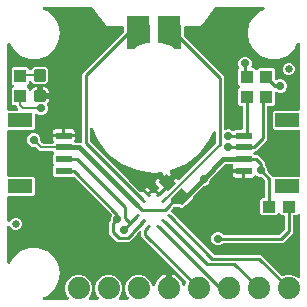
<source format=gtl>
G04 EAGLE Gerber RS-274X export*
G75*
%MOMM*%
%FSLAX34Y34*%
%LPD*%
%INTop Copper*%
%IPPOS*%
%AMOC8*
5,1,8,0,0,1.08239X$1,22.5*%
G01*
%ADD10C,0.300000*%
%ADD11C,0.635000*%
%ADD12R,2.000000X1.200000*%
%ADD13R,1.350000X0.600000*%
%ADD14C,1.879600*%
%ADD15R,1.000000X1.100000*%
%ADD16R,0.250000X0.500000*%
%ADD17R,1.950000X1.950000*%
%ADD18R,1.100000X1.000000*%
%ADD19C,0.381000*%
%ADD20C,0.203200*%
%ADD21C,0.736600*%
%ADD22C,0.254000*%

G36*
X54060Y3066D02*
X54060Y3066D01*
X54198Y3079D01*
X54217Y3086D01*
X54237Y3089D01*
X54366Y3140D01*
X54497Y3187D01*
X54514Y3198D01*
X54533Y3206D01*
X54645Y3287D01*
X54760Y3365D01*
X54774Y3381D01*
X54790Y3392D01*
X54879Y3500D01*
X54971Y3604D01*
X54980Y3622D01*
X54993Y3637D01*
X55052Y3763D01*
X55115Y3887D01*
X55120Y3907D01*
X55128Y3925D01*
X55155Y4062D01*
X55185Y4197D01*
X55184Y4218D01*
X55188Y4237D01*
X55180Y4376D01*
X55175Y4515D01*
X55170Y4535D01*
X55168Y4555D01*
X55126Y4687D01*
X55087Y4821D01*
X55077Y4838D01*
X55070Y4857D01*
X54996Y4975D01*
X54925Y5095D01*
X54907Y5116D01*
X54900Y5126D01*
X54885Y5140D01*
X54819Y5215D01*
X53809Y6225D01*
X52069Y10426D01*
X52069Y14974D01*
X53809Y19175D01*
X57025Y22391D01*
X61226Y24131D01*
X65774Y24131D01*
X69975Y22391D01*
X73191Y19175D01*
X74931Y14974D01*
X74931Y10426D01*
X73191Y6225D01*
X72181Y5215D01*
X72096Y5106D01*
X72007Y4999D01*
X71998Y4980D01*
X71986Y4964D01*
X71931Y4837D01*
X71872Y4711D01*
X71868Y4691D01*
X71860Y4672D01*
X71838Y4534D01*
X71812Y4398D01*
X71813Y4378D01*
X71810Y4358D01*
X71823Y4219D01*
X71832Y4081D01*
X71838Y4062D01*
X71840Y4042D01*
X71887Y3910D01*
X71930Y3779D01*
X71940Y3761D01*
X71947Y3742D01*
X72025Y3627D01*
X72100Y3510D01*
X72114Y3496D01*
X72126Y3479D01*
X72230Y3387D01*
X72331Y3292D01*
X72349Y3282D01*
X72364Y3269D01*
X72488Y3206D01*
X72610Y3138D01*
X72629Y3133D01*
X72647Y3124D01*
X72783Y3094D01*
X72918Y3059D01*
X72946Y3057D01*
X72958Y3054D01*
X72978Y3055D01*
X73078Y3049D01*
X79322Y3049D01*
X79460Y3066D01*
X79598Y3079D01*
X79617Y3086D01*
X79637Y3089D01*
X79766Y3140D01*
X79897Y3187D01*
X79914Y3198D01*
X79933Y3206D01*
X80045Y3287D01*
X80160Y3365D01*
X80174Y3381D01*
X80190Y3392D01*
X80279Y3500D01*
X80371Y3604D01*
X80380Y3622D01*
X80393Y3637D01*
X80452Y3763D01*
X80515Y3887D01*
X80520Y3907D01*
X80528Y3925D01*
X80555Y4062D01*
X80585Y4197D01*
X80584Y4218D01*
X80588Y4237D01*
X80580Y4376D01*
X80575Y4515D01*
X80570Y4535D01*
X80568Y4555D01*
X80526Y4687D01*
X80487Y4821D01*
X80477Y4838D01*
X80470Y4857D01*
X80396Y4975D01*
X80325Y5095D01*
X80307Y5116D01*
X80300Y5126D01*
X80285Y5140D01*
X80219Y5215D01*
X79209Y6225D01*
X77469Y10426D01*
X77469Y14974D01*
X79209Y19175D01*
X82425Y22391D01*
X86626Y24131D01*
X91174Y24131D01*
X95375Y22391D01*
X98591Y19175D01*
X100331Y14974D01*
X100331Y10426D01*
X98591Y6225D01*
X97581Y5215D01*
X97496Y5106D01*
X97407Y4999D01*
X97398Y4980D01*
X97386Y4964D01*
X97331Y4837D01*
X97272Y4711D01*
X97268Y4691D01*
X97260Y4672D01*
X97238Y4534D01*
X97212Y4398D01*
X97213Y4378D01*
X97210Y4358D01*
X97223Y4219D01*
X97232Y4081D01*
X97238Y4062D01*
X97240Y4042D01*
X97287Y3910D01*
X97330Y3779D01*
X97340Y3761D01*
X97347Y3742D01*
X97425Y3627D01*
X97500Y3510D01*
X97514Y3496D01*
X97526Y3479D01*
X97630Y3387D01*
X97731Y3292D01*
X97749Y3282D01*
X97764Y3269D01*
X97888Y3206D01*
X98010Y3138D01*
X98029Y3133D01*
X98047Y3124D01*
X98183Y3094D01*
X98318Y3059D01*
X98346Y3057D01*
X98358Y3054D01*
X98378Y3055D01*
X98478Y3049D01*
X104722Y3049D01*
X104860Y3066D01*
X104998Y3079D01*
X105017Y3086D01*
X105037Y3089D01*
X105166Y3140D01*
X105297Y3187D01*
X105314Y3198D01*
X105333Y3206D01*
X105445Y3287D01*
X105560Y3365D01*
X105574Y3381D01*
X105590Y3392D01*
X105679Y3500D01*
X105771Y3604D01*
X105780Y3622D01*
X105793Y3637D01*
X105852Y3763D01*
X105915Y3887D01*
X105920Y3907D01*
X105928Y3925D01*
X105955Y4062D01*
X105985Y4197D01*
X105984Y4218D01*
X105988Y4237D01*
X105980Y4376D01*
X105975Y4515D01*
X105970Y4535D01*
X105968Y4555D01*
X105926Y4687D01*
X105887Y4821D01*
X105877Y4838D01*
X105870Y4857D01*
X105796Y4975D01*
X105725Y5095D01*
X105707Y5116D01*
X105700Y5126D01*
X105685Y5140D01*
X105619Y5215D01*
X104609Y6225D01*
X102869Y10426D01*
X102869Y14974D01*
X104609Y19175D01*
X107825Y22391D01*
X112026Y24131D01*
X116574Y24131D01*
X120775Y22391D01*
X123991Y19175D01*
X125630Y15216D01*
X125637Y15205D01*
X125638Y15202D01*
X125646Y15189D01*
X125694Y15104D01*
X125753Y14989D01*
X125773Y14966D01*
X125788Y14940D01*
X125878Y14847D01*
X125963Y14750D01*
X125988Y14733D01*
X126009Y14712D01*
X126120Y14644D01*
X126226Y14571D01*
X126255Y14561D01*
X126280Y14545D01*
X126404Y14507D01*
X126525Y14464D01*
X126555Y14461D01*
X126584Y14452D01*
X126713Y14446D01*
X126842Y14433D01*
X126872Y14438D01*
X126902Y14437D01*
X127028Y14463D01*
X127156Y14483D01*
X127184Y14495D01*
X127213Y14501D01*
X127330Y14558D01*
X127448Y14609D01*
X127472Y14627D01*
X127499Y14641D01*
X127597Y14725D01*
X127700Y14804D01*
X127718Y14827D01*
X127741Y14847D01*
X127815Y14953D01*
X127895Y15055D01*
X127907Y15082D01*
X127924Y15107D01*
X127970Y15228D01*
X128021Y15347D01*
X128031Y15388D01*
X128037Y15404D01*
X128039Y15426D01*
X128054Y15491D01*
X128636Y17283D01*
X129489Y18957D01*
X130594Y20478D01*
X131922Y21806D01*
X133443Y22911D01*
X135117Y23764D01*
X136904Y24345D01*
X137161Y24385D01*
X137161Y13970D01*
X137176Y13852D01*
X137183Y13733D01*
X137196Y13695D01*
X137201Y13655D01*
X137244Y13544D01*
X137281Y13431D01*
X137303Y13397D01*
X137318Y13359D01*
X137388Y13263D01*
X137451Y13162D01*
X137481Y13134D01*
X137504Y13102D01*
X137596Y13026D01*
X137683Y12944D01*
X137718Y12925D01*
X137749Y12899D01*
X137857Y12848D01*
X137961Y12791D01*
X138001Y12780D01*
X138037Y12763D01*
X138154Y12741D01*
X138269Y12711D01*
X138330Y12707D01*
X138350Y12703D01*
X138370Y12705D01*
X138430Y12701D01*
X140970Y12701D01*
X141088Y12716D01*
X141207Y12723D01*
X141245Y12736D01*
X141285Y12741D01*
X141396Y12785D01*
X141509Y12821D01*
X141544Y12843D01*
X141581Y12858D01*
X141677Y12928D01*
X141778Y12991D01*
X141806Y13021D01*
X141839Y13045D01*
X141914Y13136D01*
X141996Y13223D01*
X142016Y13258D01*
X142041Y13290D01*
X142092Y13397D01*
X142150Y13502D01*
X142160Y13541D01*
X142177Y13577D01*
X142199Y13694D01*
X142229Y13809D01*
X142233Y13870D01*
X142237Y13890D01*
X142235Y13910D01*
X142239Y13970D01*
X142239Y24385D01*
X142496Y24345D01*
X144283Y23764D01*
X145957Y22911D01*
X147478Y21806D01*
X148806Y20478D01*
X149911Y18957D01*
X150764Y17283D01*
X151354Y15466D01*
X151379Y15380D01*
X151410Y15254D01*
X151424Y15227D01*
X151432Y15198D01*
X151498Y15087D01*
X151558Y14973D01*
X151579Y14950D01*
X151594Y14924D01*
X151685Y14833D01*
X151772Y14737D01*
X151797Y14721D01*
X151819Y14700D01*
X151930Y14634D01*
X152038Y14563D01*
X152067Y14553D01*
X152092Y14537D01*
X152216Y14501D01*
X152339Y14459D01*
X152369Y14457D01*
X152398Y14449D01*
X152527Y14444D01*
X152656Y14434D01*
X152686Y14439D01*
X152716Y14438D01*
X152842Y14466D01*
X152969Y14489D01*
X152997Y14501D01*
X153026Y14507D01*
X153141Y14566D01*
X153259Y14619D01*
X153283Y14638D01*
X153310Y14652D01*
X153406Y14737D01*
X153508Y14818D01*
X153526Y14842D01*
X153548Y14862D01*
X153621Y14968D01*
X153699Y15072D01*
X153718Y15110D01*
X153727Y15124D01*
X153735Y15145D01*
X153770Y15216D01*
X154659Y17362D01*
X154666Y17391D01*
X154680Y17417D01*
X154708Y17544D01*
X154743Y17669D01*
X154743Y17699D01*
X154750Y17727D01*
X154746Y17857D01*
X154748Y17987D01*
X154741Y18016D01*
X154740Y18045D01*
X154704Y18170D01*
X154674Y18296D01*
X154660Y18323D01*
X154652Y18351D01*
X154586Y18463D01*
X154525Y18578D01*
X154505Y18599D01*
X154490Y18625D01*
X154384Y18746D01*
X116490Y56639D01*
X116490Y60213D01*
X116473Y60351D01*
X116460Y60489D01*
X116453Y60508D01*
X116451Y60528D01*
X116399Y60657D01*
X116352Y60788D01*
X116341Y60805D01*
X116333Y60824D01*
X116252Y60936D01*
X116174Y61051D01*
X116159Y61065D01*
X116147Y61081D01*
X116039Y61170D01*
X115935Y61262D01*
X115917Y61271D01*
X115902Y61284D01*
X115776Y61343D01*
X115652Y61406D01*
X115632Y61411D01*
X115614Y61419D01*
X115478Y61446D01*
X115342Y61476D01*
X115321Y61475D01*
X115302Y61479D01*
X115163Y61471D01*
X115024Y61466D01*
X115004Y61461D01*
X114984Y61459D01*
X114852Y61417D01*
X114718Y61378D01*
X114701Y61368D01*
X114682Y61361D01*
X114564Y61287D01*
X114444Y61216D01*
X114423Y61198D01*
X114413Y61191D01*
X114399Y61176D01*
X114324Y61110D01*
X112894Y59681D01*
X112834Y59603D01*
X112766Y59530D01*
X112737Y59477D01*
X112700Y59430D01*
X112660Y59339D01*
X112612Y59252D01*
X112597Y59193D01*
X112573Y59138D01*
X112558Y59040D01*
X112533Y58944D01*
X112527Y58844D01*
X112523Y58824D01*
X112525Y58811D01*
X112523Y58783D01*
X112523Y58322D01*
X106397Y52196D01*
X96174Y52196D01*
X89407Y58963D01*
X89407Y68948D01*
X90238Y69779D01*
X90299Y69857D01*
X90367Y69930D01*
X90396Y69983D01*
X90433Y70030D01*
X90473Y70121D01*
X90521Y70208D01*
X90536Y70267D01*
X90560Y70322D01*
X90575Y70420D01*
X90600Y70516D01*
X90606Y70616D01*
X90610Y70636D01*
X90608Y70649D01*
X90610Y70677D01*
X90610Y72333D01*
X91409Y74262D01*
X91417Y74290D01*
X91430Y74317D01*
X91459Y74444D01*
X91493Y74569D01*
X91494Y74598D01*
X91500Y74627D01*
X91496Y74757D01*
X91498Y74887D01*
X91491Y74915D01*
X91490Y74945D01*
X91454Y75069D01*
X91424Y75196D01*
X91410Y75222D01*
X91402Y75250D01*
X91336Y75362D01*
X91275Y75477D01*
X91256Y75499D01*
X91241Y75524D01*
X91134Y75645D01*
X59999Y106780D01*
X59912Y106847D01*
X59873Y106884D01*
X59864Y106889D01*
X59816Y106932D01*
X59780Y106950D01*
X59748Y106975D01*
X59639Y107022D01*
X59533Y107076D01*
X59494Y107085D01*
X59456Y107101D01*
X59339Y107120D01*
X59223Y107146D01*
X59182Y107145D01*
X59142Y107151D01*
X59024Y107140D01*
X58905Y107136D01*
X58866Y107125D01*
X58826Y107121D01*
X58713Y107081D01*
X58599Y107048D01*
X58564Y107027D01*
X58526Y107013D01*
X58458Y106967D01*
X43208Y106967D01*
X42017Y108158D01*
X42017Y115842D01*
X42278Y116103D01*
X42351Y116197D01*
X42430Y116286D01*
X42448Y116322D01*
X42473Y116354D01*
X42520Y116463D01*
X42574Y116569D01*
X42583Y116608D01*
X42599Y116646D01*
X42618Y116763D01*
X42644Y116879D01*
X42643Y116920D01*
X42649Y116960D01*
X42638Y117079D01*
X42634Y117197D01*
X42623Y117236D01*
X42619Y117276D01*
X42579Y117389D01*
X42546Y117503D01*
X42525Y117538D01*
X42512Y117576D01*
X42445Y117674D01*
X42384Y117777D01*
X42344Y117822D01*
X42333Y117839D01*
X42318Y117852D01*
X42278Y117898D01*
X42017Y118158D01*
X42017Y125842D01*
X42278Y126103D01*
X42351Y126197D01*
X42430Y126286D01*
X42448Y126322D01*
X42473Y126354D01*
X42520Y126463D01*
X42574Y126569D01*
X42583Y126608D01*
X42599Y126646D01*
X42618Y126763D01*
X42644Y126879D01*
X42643Y126920D01*
X42649Y126960D01*
X42638Y127079D01*
X42634Y127197D01*
X42623Y127236D01*
X42619Y127276D01*
X42579Y127389D01*
X42546Y127503D01*
X42525Y127538D01*
X42512Y127576D01*
X42445Y127674D01*
X42384Y127777D01*
X42344Y127822D01*
X42333Y127839D01*
X42318Y127852D01*
X42278Y127898D01*
X41803Y128372D01*
X41791Y128389D01*
X41727Y128490D01*
X41697Y128518D01*
X41674Y128551D01*
X41582Y128627D01*
X41495Y128708D01*
X41460Y128728D01*
X41429Y128753D01*
X41321Y128804D01*
X41217Y128862D01*
X41177Y128872D01*
X41141Y128889D01*
X41024Y128911D01*
X40909Y128941D01*
X40849Y128945D01*
X40829Y128949D01*
X40808Y128947D01*
X40748Y128951D01*
X30567Y128951D01*
X27176Y132343D01*
X27098Y132403D01*
X27026Y132471D01*
X26973Y132500D01*
X26925Y132537D01*
X26834Y132577D01*
X26747Y132625D01*
X26688Y132640D01*
X26633Y132664D01*
X26535Y132679D01*
X26439Y132704D01*
X26339Y132710D01*
X26319Y132714D01*
X26306Y132712D01*
X26278Y132714D01*
X24263Y132714D01*
X22162Y133584D01*
X20554Y135192D01*
X19684Y137293D01*
X19684Y139567D01*
X20554Y141668D01*
X22162Y143276D01*
X24263Y144146D01*
X26537Y144146D01*
X28638Y143276D01*
X30246Y141668D01*
X31116Y139567D01*
X31116Y137552D01*
X31128Y137453D01*
X31131Y137354D01*
X31148Y137296D01*
X31156Y137236D01*
X31192Y137144D01*
X31220Y137049D01*
X31250Y136997D01*
X31273Y136940D01*
X31331Y136860D01*
X31381Y136775D01*
X31447Y136700D01*
X31459Y136683D01*
X31469Y136675D01*
X31487Y136654D01*
X32721Y135420D01*
X32799Y135360D01*
X32871Y135292D01*
X32924Y135263D01*
X32972Y135226D01*
X33063Y135186D01*
X33150Y135138D01*
X33209Y135123D01*
X33264Y135099D01*
X33362Y135084D01*
X33458Y135059D01*
X33558Y135053D01*
X33578Y135049D01*
X33591Y135051D01*
X33619Y135049D01*
X40748Y135049D01*
X40866Y135064D01*
X40985Y135071D01*
X41023Y135084D01*
X41064Y135089D01*
X41174Y135132D01*
X41287Y135169D01*
X41322Y135191D01*
X41359Y135206D01*
X41455Y135275D01*
X41556Y135339D01*
X41584Y135369D01*
X41617Y135392D01*
X41693Y135484D01*
X41774Y135571D01*
X41794Y135606D01*
X41819Y135637D01*
X41825Y135650D01*
X41919Y135743D01*
X41992Y135838D01*
X42071Y135927D01*
X42089Y135963D01*
X42114Y135995D01*
X42161Y136104D01*
X42215Y136211D01*
X42224Y136250D01*
X42240Y136286D01*
X42259Y136404D01*
X42285Y136521D01*
X42283Y136561D01*
X42290Y136600D01*
X42279Y136719D01*
X42275Y136839D01*
X42264Y136877D01*
X42260Y136917D01*
X42220Y137029D01*
X42186Y137144D01*
X42166Y137179D01*
X42152Y137216D01*
X42105Y137286D01*
X42100Y137295D01*
X41682Y138019D01*
X41509Y138666D01*
X41509Y140501D01*
X50570Y140501D01*
X50688Y140516D01*
X50807Y140523D01*
X50814Y140525D01*
X50870Y140511D01*
X50930Y140507D01*
X50950Y140503D01*
X50970Y140505D01*
X51030Y140501D01*
X60091Y140501D01*
X60091Y138666D01*
X59918Y138019D01*
X59815Y137842D01*
X59764Y137719D01*
X59707Y137600D01*
X59702Y137573D01*
X59692Y137548D01*
X59672Y137417D01*
X59647Y137287D01*
X59649Y137261D01*
X59645Y137234D01*
X59659Y137102D01*
X59667Y136970D01*
X59676Y136944D01*
X59678Y136918D01*
X59725Y136793D01*
X59765Y136668D01*
X59780Y136645D01*
X59789Y136619D01*
X59865Y136511D01*
X59935Y136399D01*
X59955Y136380D01*
X59970Y136358D01*
X60070Y136272D01*
X60167Y136181D01*
X60191Y136168D01*
X60211Y136150D01*
X60330Y136091D01*
X60446Y136027D01*
X60472Y136021D01*
X60496Y136009D01*
X60625Y135981D01*
X60753Y135948D01*
X60792Y135946D01*
X60807Y135942D01*
X60829Y135943D01*
X60914Y135938D01*
X65278Y135938D01*
X65396Y135953D01*
X65515Y135960D01*
X65553Y135973D01*
X65594Y135978D01*
X65704Y136021D01*
X65817Y136058D01*
X65852Y136080D01*
X65889Y136095D01*
X65985Y136164D01*
X66086Y136228D01*
X66114Y136258D01*
X66147Y136281D01*
X66223Y136373D01*
X66304Y136460D01*
X66324Y136495D01*
X66349Y136526D01*
X66400Y136634D01*
X66458Y136738D01*
X66468Y136778D01*
X66485Y136814D01*
X66507Y136931D01*
X66537Y137046D01*
X66541Y137106D01*
X66545Y137126D01*
X66543Y137147D01*
X66547Y137207D01*
X66547Y194408D01*
X101746Y229606D01*
X101806Y229685D01*
X101874Y229757D01*
X101903Y229810D01*
X101940Y229858D01*
X101980Y229949D01*
X102028Y230035D01*
X102043Y230094D01*
X102067Y230149D01*
X102082Y230247D01*
X102107Y230343D01*
X102113Y230443D01*
X102117Y230464D01*
X102115Y230476D01*
X102117Y230504D01*
X102117Y233172D01*
X102102Y233290D01*
X102095Y233409D01*
X102082Y233447D01*
X102077Y233488D01*
X102034Y233598D01*
X101997Y233711D01*
X101975Y233746D01*
X101960Y233783D01*
X101891Y233879D01*
X101827Y233980D01*
X101797Y234008D01*
X101774Y234041D01*
X101682Y234117D01*
X101595Y234198D01*
X101560Y234218D01*
X101529Y234243D01*
X101421Y234294D01*
X101317Y234352D01*
X101277Y234362D01*
X101241Y234379D01*
X101124Y234401D01*
X101009Y234431D01*
X100949Y234435D01*
X100929Y234439D01*
X100908Y234437D01*
X100848Y234441D01*
X90369Y234441D01*
X90352Y234439D01*
X90335Y234441D01*
X90195Y234419D01*
X90053Y234401D01*
X90037Y234395D01*
X90021Y234393D01*
X89890Y234337D01*
X89794Y234299D01*
X88784Y234431D01*
X88782Y234431D01*
X88780Y234431D01*
X88620Y234441D01*
X87595Y234441D01*
X87532Y234491D01*
X87516Y234497D01*
X87502Y234507D01*
X87370Y234560D01*
X87276Y234601D01*
X86654Y235409D01*
X86653Y235410D01*
X86652Y235412D01*
X86546Y235533D01*
X85822Y236257D01*
X85811Y236337D01*
X85805Y236352D01*
X85803Y236369D01*
X85747Y236500D01*
X85694Y236633D01*
X85685Y236646D01*
X85678Y236662D01*
X85588Y236795D01*
X75080Y250456D01*
X75064Y250471D01*
X75053Y250490D01*
X74952Y250584D01*
X74856Y250682D01*
X74837Y250693D01*
X74821Y250708D01*
X74701Y250774D01*
X74583Y250845D01*
X74562Y250851D01*
X74542Y250862D01*
X74410Y250896D01*
X74278Y250935D01*
X74256Y250936D01*
X74235Y250941D01*
X74074Y250951D01*
X34316Y250951D01*
X34219Y250939D01*
X34122Y250936D01*
X34062Y250919D01*
X34000Y250911D01*
X33910Y250876D01*
X33816Y250849D01*
X33762Y250817D01*
X33704Y250794D01*
X33626Y250737D01*
X33542Y250688D01*
X33498Y250644D01*
X33447Y250608D01*
X33385Y250532D01*
X33316Y250464D01*
X33284Y250411D01*
X33244Y250363D01*
X33203Y250275D01*
X33153Y250191D01*
X33135Y250131D01*
X33109Y250075D01*
X33091Y249979D01*
X33063Y249886D01*
X33061Y249824D01*
X33049Y249763D01*
X33055Y249665D01*
X33052Y249568D01*
X33065Y249507D01*
X33069Y249445D01*
X33099Y249352D01*
X33120Y249257D01*
X33148Y249202D01*
X33167Y249143D01*
X33219Y249060D01*
X33263Y248973D01*
X33304Y248927D01*
X33337Y248874D01*
X33408Y248807D01*
X33472Y248734D01*
X33523Y248699D01*
X33569Y248656D01*
X33654Y248609D01*
X33734Y248554D01*
X33830Y248512D01*
X33847Y248502D01*
X33858Y248500D01*
X33882Y248489D01*
X36362Y247587D01*
X42195Y242692D01*
X46002Y236098D01*
X47324Y228600D01*
X46002Y221102D01*
X42195Y214508D01*
X36362Y209613D01*
X29207Y207009D01*
X21593Y207009D01*
X14438Y209613D01*
X8605Y214508D01*
X5417Y220030D01*
X5329Y220146D01*
X5244Y220264D01*
X5233Y220272D01*
X5225Y220283D01*
X5111Y220373D01*
X4999Y220467D01*
X4986Y220472D01*
X4976Y220481D01*
X4842Y220540D01*
X4711Y220602D01*
X4698Y220605D01*
X4685Y220610D01*
X4541Y220635D01*
X4398Y220662D01*
X4385Y220661D01*
X4372Y220663D01*
X4226Y220651D01*
X4081Y220642D01*
X4068Y220638D01*
X4055Y220637D01*
X3917Y220589D01*
X3779Y220544D01*
X3767Y220537D01*
X3754Y220532D01*
X3633Y220452D01*
X3510Y220374D01*
X3501Y220364D01*
X3489Y220357D01*
X3392Y220249D01*
X3292Y220142D01*
X3285Y220130D01*
X3276Y220120D01*
X3209Y219992D01*
X3138Y219864D01*
X3135Y219851D01*
X3129Y219839D01*
X3095Y219697D01*
X3059Y219556D01*
X3058Y219538D01*
X3056Y219529D01*
X3056Y219512D01*
X3049Y219395D01*
X3049Y164302D01*
X3064Y164184D01*
X3071Y164065D01*
X3084Y164027D01*
X3089Y163986D01*
X3132Y163876D01*
X3169Y163763D01*
X3191Y163728D01*
X3206Y163691D01*
X3275Y163595D01*
X3339Y163494D01*
X3369Y163466D01*
X3392Y163433D01*
X3484Y163357D01*
X3571Y163276D01*
X3606Y163256D01*
X3637Y163231D01*
X3745Y163180D01*
X3849Y163122D01*
X3889Y163112D01*
X3925Y163095D01*
X4042Y163073D01*
X4157Y163043D01*
X4217Y163039D01*
X4237Y163035D01*
X4258Y163037D01*
X4318Y163033D01*
X11020Y163033D01*
X11158Y163050D01*
X11297Y163063D01*
X11316Y163070D01*
X11336Y163073D01*
X11465Y163124D01*
X11596Y163171D01*
X11613Y163182D01*
X11632Y163190D01*
X11744Y163271D01*
X11859Y163349D01*
X11873Y163365D01*
X11889Y163376D01*
X11978Y163484D01*
X12070Y163588D01*
X12079Y163606D01*
X12092Y163621D01*
X12151Y163747D01*
X12214Y163871D01*
X12219Y163891D01*
X12227Y163909D01*
X12253Y164046D01*
X12284Y164181D01*
X12283Y164202D01*
X12287Y164221D01*
X12279Y164360D01*
X12274Y164499D01*
X12269Y164519D01*
X12267Y164539D01*
X12225Y164671D01*
X12186Y164805D01*
X12176Y164822D01*
X12169Y164841D01*
X12095Y164959D01*
X12024Y165079D01*
X12006Y165100D01*
X11999Y165110D01*
X11984Y165124D01*
X11918Y165199D01*
X10921Y166196D01*
X10921Y166458D01*
X10906Y166576D01*
X10899Y166695D01*
X10886Y166733D01*
X10881Y166774D01*
X10838Y166884D01*
X10801Y166997D01*
X10779Y167032D01*
X10764Y167069D01*
X10695Y167165D01*
X10631Y167266D01*
X10601Y167294D01*
X10578Y167327D01*
X10486Y167403D01*
X10399Y167484D01*
X10364Y167504D01*
X10333Y167529D01*
X10225Y167580D01*
X10121Y167638D01*
X10081Y167648D01*
X10045Y167665D01*
X9928Y167687D01*
X9813Y167717D01*
X9753Y167721D01*
X9733Y167725D01*
X9712Y167723D01*
X9652Y167727D01*
X8128Y167727D01*
X6937Y168918D01*
X6937Y181602D01*
X8198Y182863D01*
X8271Y182957D01*
X8350Y183046D01*
X8368Y183082D01*
X8393Y183114D01*
X8440Y183223D01*
X8494Y183329D01*
X8503Y183368D01*
X8519Y183406D01*
X8538Y183523D01*
X8564Y183639D01*
X8563Y183680D01*
X8569Y183720D01*
X8558Y183838D01*
X8554Y183957D01*
X8543Y183996D01*
X8539Y184036D01*
X8499Y184148D01*
X8466Y184263D01*
X8445Y184298D01*
X8432Y184336D01*
X8365Y184434D01*
X8304Y184537D01*
X8264Y184582D01*
X8253Y184599D01*
X8238Y184612D01*
X8198Y184658D01*
X6937Y185918D01*
X6937Y198602D01*
X8128Y199793D01*
X19812Y199793D01*
X21003Y198602D01*
X21003Y198503D01*
X21019Y198375D01*
X21025Y198276D01*
X21030Y198261D01*
X21033Y198227D01*
X21040Y198207D01*
X21043Y198187D01*
X21094Y198059D01*
X21114Y198002D01*
X21123Y197974D01*
X21125Y197970D01*
X21141Y197927D01*
X21152Y197911D01*
X21160Y197892D01*
X21241Y197779D01*
X21319Y197664D01*
X21335Y197651D01*
X21346Y197634D01*
X21454Y197546D01*
X21558Y197454D01*
X21576Y197445D01*
X21591Y197432D01*
X21717Y197372D01*
X21841Y197309D01*
X21861Y197305D01*
X21879Y197296D01*
X22015Y197270D01*
X22151Y197239D01*
X22172Y197240D01*
X22191Y197236D01*
X22330Y197245D01*
X22469Y197249D01*
X22489Y197255D01*
X22509Y197256D01*
X22593Y197283D01*
X22598Y197284D01*
X22612Y197289D01*
X22641Y197299D01*
X22775Y197338D01*
X22792Y197348D01*
X22811Y197354D01*
X22872Y197392D01*
X22893Y197401D01*
X22943Y197437D01*
X23049Y197499D01*
X23070Y197518D01*
X23080Y197524D01*
X23094Y197539D01*
X23142Y197581D01*
X23151Y197588D01*
X23155Y197593D01*
X23169Y197605D01*
X25517Y199953D01*
X35443Y199953D01*
X37513Y197883D01*
X37513Y187957D01*
X35443Y185887D01*
X25517Y185887D01*
X23169Y188235D01*
X23060Y188320D01*
X22953Y188408D01*
X22934Y188417D01*
X22918Y188429D01*
X22790Y188485D01*
X22665Y188544D01*
X22645Y188548D01*
X22626Y188556D01*
X22488Y188578D01*
X22352Y188604D01*
X22332Y188602D01*
X22312Y188606D01*
X22173Y188593D01*
X22035Y188584D01*
X22016Y188578D01*
X21996Y188576D01*
X21864Y188529D01*
X21733Y188486D01*
X21715Y188475D01*
X21696Y188468D01*
X21581Y188390D01*
X21464Y188316D01*
X21450Y188301D01*
X21433Y188290D01*
X21341Y188185D01*
X21246Y188084D01*
X21236Y188066D01*
X21223Y188051D01*
X21159Y187927D01*
X21092Y187806D01*
X21087Y187786D01*
X21078Y187768D01*
X21048Y187632D01*
X21013Y187498D01*
X21011Y187470D01*
X21008Y187458D01*
X21009Y187437D01*
X21003Y187337D01*
X21003Y185918D01*
X19742Y184658D01*
X19669Y184563D01*
X19590Y184474D01*
X19572Y184438D01*
X19547Y184406D01*
X19500Y184297D01*
X19446Y184191D01*
X19437Y184152D01*
X19421Y184114D01*
X19402Y183997D01*
X19376Y183881D01*
X19377Y183840D01*
X19371Y183800D01*
X19382Y183682D01*
X19386Y183563D01*
X19397Y183524D01*
X19401Y183484D01*
X19441Y183371D01*
X19474Y183257D01*
X19495Y183223D01*
X19508Y183184D01*
X19575Y183086D01*
X19636Y182983D01*
X19676Y182938D01*
X19687Y182921D01*
X19702Y182908D01*
X19742Y182863D01*
X21003Y181602D01*
X21003Y181345D01*
X21021Y181200D01*
X21036Y181056D01*
X21041Y181043D01*
X21043Y181030D01*
X21096Y180894D01*
X21147Y180758D01*
X21155Y180747D01*
X21160Y180734D01*
X21245Y180616D01*
X21328Y180497D01*
X21339Y180488D01*
X21346Y180477D01*
X21459Y180384D01*
X21569Y180289D01*
X21581Y180283D01*
X21591Y180274D01*
X21723Y180212D01*
X21854Y180147D01*
X21867Y180144D01*
X21879Y180138D01*
X22022Y180111D01*
X22165Y180081D01*
X22178Y180081D01*
X22191Y180079D01*
X22337Y180088D01*
X22483Y180094D01*
X22495Y180098D01*
X22509Y180098D01*
X22648Y180143D01*
X22787Y180185D01*
X22799Y180192D01*
X22811Y180196D01*
X22935Y180274D01*
X23059Y180350D01*
X23069Y180359D01*
X23080Y180367D01*
X23180Y180472D01*
X23282Y180577D01*
X23292Y180592D01*
X23298Y180598D01*
X23306Y180613D01*
X23371Y180711D01*
X23747Y181361D01*
X24499Y182113D01*
X25420Y182645D01*
X26448Y182921D01*
X27981Y182921D01*
X27981Y176610D01*
X27996Y176492D01*
X28003Y176373D01*
X28015Y176335D01*
X28021Y176295D01*
X28064Y176184D01*
X28101Y176071D01*
X28123Y176037D01*
X28138Y175999D01*
X28208Y175903D01*
X28271Y175802D01*
X28301Y175774D01*
X28324Y175742D01*
X28416Y175666D01*
X28503Y175584D01*
X28538Y175565D01*
X28569Y175539D01*
X28677Y175488D01*
X28781Y175431D01*
X28821Y175421D01*
X28857Y175403D01*
X28974Y175381D01*
X29089Y175351D01*
X29149Y175347D01*
X29169Y175344D01*
X29190Y175345D01*
X29250Y175341D01*
X30441Y175341D01*
X30441Y174150D01*
X30456Y174032D01*
X30463Y173913D01*
X30476Y173875D01*
X30481Y173834D01*
X30525Y173724D01*
X30561Y173611D01*
X30583Y173576D01*
X30598Y173539D01*
X30668Y173442D01*
X30731Y173342D01*
X30761Y173314D01*
X30785Y173281D01*
X30876Y173205D01*
X30963Y173124D01*
X30998Y173104D01*
X31030Y173079D01*
X31137Y173028D01*
X31242Y172970D01*
X31281Y172960D01*
X31317Y172943D01*
X31434Y172921D01*
X31550Y172891D01*
X31610Y172887D01*
X31630Y172883D01*
X31650Y172885D01*
X31710Y172881D01*
X38021Y172881D01*
X38021Y171348D01*
X37745Y170320D01*
X37213Y169399D01*
X37012Y169198D01*
X36994Y169175D01*
X36972Y169155D01*
X36897Y169049D01*
X36817Y168947D01*
X36806Y168919D01*
X36789Y168895D01*
X36743Y168774D01*
X36691Y168655D01*
X36686Y168626D01*
X36676Y168598D01*
X36662Y168469D01*
X36641Y168341D01*
X36644Y168311D01*
X36641Y168282D01*
X36659Y168153D01*
X36671Y168024D01*
X36681Y167996D01*
X36685Y167967D01*
X36737Y167815D01*
X37466Y166056D01*
X37466Y163782D01*
X36596Y161681D01*
X34988Y160073D01*
X32887Y159203D01*
X30613Y159203D01*
X28512Y160073D01*
X28250Y160336D01*
X28140Y160421D01*
X28033Y160510D01*
X28014Y160519D01*
X27998Y160531D01*
X27871Y160586D01*
X27745Y160646D01*
X27725Y160650D01*
X27706Y160658D01*
X27569Y160679D01*
X27432Y160705D01*
X27412Y160704D01*
X27392Y160707D01*
X27253Y160694D01*
X27115Y160686D01*
X27096Y160680D01*
X27076Y160678D01*
X26944Y160630D01*
X26813Y160588D01*
X26796Y160577D01*
X26776Y160570D01*
X26661Y160492D01*
X26544Y160418D01*
X26530Y160403D01*
X26513Y160391D01*
X26421Y160287D01*
X26326Y160186D01*
X26316Y160168D01*
X26303Y160153D01*
X26239Y160029D01*
X26172Y159907D01*
X26167Y159888D01*
X26158Y159870D01*
X26128Y159734D01*
X26093Y159599D01*
X26091Y159571D01*
X26088Y159559D01*
X26089Y159539D01*
X26083Y159439D01*
X26083Y148158D01*
X24892Y146967D01*
X4318Y146967D01*
X4200Y146952D01*
X4081Y146945D01*
X4043Y146932D01*
X4002Y146927D01*
X3892Y146884D01*
X3779Y146847D01*
X3744Y146825D01*
X3707Y146810D01*
X3611Y146741D01*
X3510Y146677D01*
X3482Y146647D01*
X3449Y146624D01*
X3373Y146532D01*
X3292Y146445D01*
X3272Y146410D01*
X3247Y146379D01*
X3196Y146271D01*
X3138Y146167D01*
X3128Y146127D01*
X3111Y146091D01*
X3089Y145974D01*
X3059Y145859D01*
X3055Y145799D01*
X3051Y145779D01*
X3053Y145758D01*
X3049Y145698D01*
X3049Y108302D01*
X3064Y108184D01*
X3071Y108065D01*
X3084Y108027D01*
X3089Y107986D01*
X3132Y107876D01*
X3169Y107763D01*
X3191Y107728D01*
X3206Y107691D01*
X3275Y107595D01*
X3339Y107494D01*
X3369Y107466D01*
X3392Y107433D01*
X3484Y107357D01*
X3571Y107276D01*
X3606Y107256D01*
X3637Y107231D01*
X3745Y107180D01*
X3849Y107122D01*
X3889Y107112D01*
X3925Y107095D01*
X4042Y107073D01*
X4157Y107043D01*
X4217Y107039D01*
X4237Y107035D01*
X4258Y107037D01*
X4318Y107033D01*
X24892Y107033D01*
X26083Y105842D01*
X26083Y92158D01*
X24892Y90967D01*
X4318Y90967D01*
X4200Y90952D01*
X4081Y90945D01*
X4043Y90932D01*
X4002Y90927D01*
X3892Y90884D01*
X3779Y90847D01*
X3744Y90825D01*
X3707Y90810D01*
X3611Y90741D01*
X3510Y90677D01*
X3482Y90647D01*
X3449Y90624D01*
X3373Y90532D01*
X3292Y90445D01*
X3272Y90410D01*
X3247Y90379D01*
X3196Y90271D01*
X3138Y90167D01*
X3128Y90127D01*
X3111Y90091D01*
X3089Y89974D01*
X3059Y89859D01*
X3055Y89799D01*
X3051Y89779D01*
X3053Y89758D01*
X3049Y89698D01*
X3049Y70131D01*
X3057Y70062D01*
X3056Y69992D01*
X3077Y69905D01*
X3089Y69816D01*
X3114Y69751D01*
X3131Y69683D01*
X3173Y69603D01*
X3206Y69520D01*
X3247Y69464D01*
X3279Y69402D01*
X3340Y69335D01*
X3392Y69263D01*
X3446Y69218D01*
X3493Y69167D01*
X3568Y69117D01*
X3637Y69060D01*
X3701Y69030D01*
X3759Y68992D01*
X3844Y68963D01*
X3925Y68924D01*
X3994Y68911D01*
X4060Y68889D01*
X4149Y68881D01*
X4237Y68865D01*
X4307Y68869D01*
X4377Y68863D01*
X4465Y68879D01*
X4555Y68884D01*
X4621Y68906D01*
X4690Y68918D01*
X4772Y68955D01*
X4857Y68982D01*
X4916Y69020D01*
X4980Y69048D01*
X5050Y69104D01*
X5126Y69152D01*
X5174Y69203D01*
X5228Y69247D01*
X5282Y69319D01*
X5344Y69384D01*
X5378Y69445D01*
X5420Y69501D01*
X5491Y69646D01*
X5745Y70260D01*
X7210Y71725D01*
X9124Y72518D01*
X11196Y72518D01*
X13110Y71725D01*
X14575Y70260D01*
X15368Y68346D01*
X15368Y66274D01*
X14575Y64360D01*
X13110Y62895D01*
X11196Y62102D01*
X9124Y62102D01*
X7210Y62895D01*
X5745Y64360D01*
X5491Y64974D01*
X5456Y65035D01*
X5430Y65100D01*
X5378Y65173D01*
X5333Y65251D01*
X5285Y65301D01*
X5244Y65357D01*
X5174Y65415D01*
X5112Y65479D01*
X5052Y65516D01*
X4999Y65560D01*
X4917Y65598D01*
X4841Y65645D01*
X4774Y65666D01*
X4711Y65696D01*
X4623Y65713D01*
X4537Y65739D01*
X4467Y65742D01*
X4398Y65755D01*
X4309Y65750D01*
X4219Y65754D01*
X4151Y65740D01*
X4081Y65736D01*
X3996Y65708D01*
X3908Y65690D01*
X3845Y65659D01*
X3779Y65638D01*
X3703Y65590D01*
X3622Y65550D01*
X3569Y65505D01*
X3510Y65468D01*
X3448Y65402D01*
X3380Y65344D01*
X3340Y65287D01*
X3292Y65236D01*
X3249Y65157D01*
X3197Y65084D01*
X3172Y65019D01*
X3138Y64957D01*
X3116Y64870D01*
X3084Y64786D01*
X3076Y64717D01*
X3059Y64649D01*
X3049Y64489D01*
X3049Y34605D01*
X3067Y34460D01*
X3082Y34315D01*
X3087Y34303D01*
X3089Y34289D01*
X3142Y34154D01*
X3193Y34017D01*
X3201Y34006D01*
X3206Y33994D01*
X3291Y33876D01*
X3374Y33756D01*
X3385Y33747D01*
X3392Y33736D01*
X3504Y33643D01*
X3615Y33548D01*
X3627Y33542D01*
X3637Y33533D01*
X3769Y33472D01*
X3900Y33406D01*
X3913Y33404D01*
X3925Y33398D01*
X4067Y33371D01*
X4211Y33340D01*
X4224Y33341D01*
X4237Y33338D01*
X4382Y33347D01*
X4528Y33353D01*
X4541Y33357D01*
X4555Y33358D01*
X4693Y33403D01*
X4833Y33445D01*
X4845Y33452D01*
X4857Y33456D01*
X4980Y33534D01*
X5105Y33609D01*
X5115Y33619D01*
X5126Y33626D01*
X5226Y33732D01*
X5328Y33836D01*
X5338Y33851D01*
X5344Y33858D01*
X5352Y33873D01*
X5417Y33970D01*
X8605Y39492D01*
X14438Y44387D01*
X21593Y46991D01*
X29207Y46991D01*
X36362Y44387D01*
X42195Y39492D01*
X46002Y32898D01*
X47324Y25400D01*
X46002Y17902D01*
X42195Y11308D01*
X36362Y6413D01*
X33882Y5511D01*
X33795Y5466D01*
X33704Y5430D01*
X33654Y5394D01*
X33599Y5365D01*
X33526Y5301D01*
X33447Y5244D01*
X33407Y5196D01*
X33361Y5154D01*
X33306Y5074D01*
X33244Y4999D01*
X33218Y4942D01*
X33183Y4891D01*
X33150Y4799D01*
X33109Y4711D01*
X33097Y4650D01*
X33076Y4591D01*
X33067Y4494D01*
X33049Y4398D01*
X33053Y4336D01*
X33047Y4274D01*
X33063Y4178D01*
X33069Y4081D01*
X33088Y4022D01*
X33098Y3960D01*
X33137Y3871D01*
X33167Y3779D01*
X33200Y3726D01*
X33225Y3669D01*
X33285Y3592D01*
X33337Y3510D01*
X33382Y3467D01*
X33421Y3418D01*
X33498Y3359D01*
X33569Y3292D01*
X33623Y3262D01*
X33672Y3224D01*
X33762Y3185D01*
X33847Y3138D01*
X33907Y3123D01*
X33965Y3098D01*
X34061Y3083D01*
X34155Y3059D01*
X34259Y3052D01*
X34279Y3049D01*
X34290Y3050D01*
X34316Y3049D01*
X53922Y3049D01*
X54060Y3066D01*
G37*
G36*
X228551Y106935D02*
X228551Y106935D01*
X228670Y106939D01*
X228709Y106950D01*
X228749Y106954D01*
X228862Y106994D01*
X228976Y107027D01*
X228985Y107033D01*
X249682Y107033D01*
X249800Y107048D01*
X249919Y107055D01*
X249957Y107068D01*
X249998Y107073D01*
X250108Y107116D01*
X250221Y107153D01*
X250256Y107175D01*
X250293Y107190D01*
X250389Y107259D01*
X250490Y107323D01*
X250518Y107353D01*
X250551Y107376D01*
X250627Y107468D01*
X250708Y107555D01*
X250728Y107590D01*
X250753Y107621D01*
X250804Y107729D01*
X250862Y107833D01*
X250872Y107873D01*
X250889Y107909D01*
X250911Y108026D01*
X250941Y108141D01*
X250945Y108201D01*
X250949Y108221D01*
X250947Y108242D01*
X250951Y108302D01*
X250951Y145698D01*
X250936Y145816D01*
X250929Y145935D01*
X250916Y145973D01*
X250911Y146014D01*
X250868Y146124D01*
X250831Y146237D01*
X250809Y146272D01*
X250794Y146309D01*
X250725Y146405D01*
X250661Y146506D01*
X250631Y146534D01*
X250608Y146567D01*
X250516Y146643D01*
X250429Y146724D01*
X250394Y146744D01*
X250363Y146769D01*
X250255Y146820D01*
X250151Y146878D01*
X250111Y146888D01*
X250075Y146905D01*
X249958Y146927D01*
X249843Y146957D01*
X249783Y146961D01*
X249763Y146965D01*
X249742Y146963D01*
X249682Y146967D01*
X229108Y146967D01*
X227917Y148158D01*
X227917Y161842D01*
X229108Y163033D01*
X249682Y163033D01*
X249800Y163048D01*
X249919Y163055D01*
X249957Y163068D01*
X249998Y163073D01*
X250108Y163116D01*
X250221Y163153D01*
X250256Y163175D01*
X250293Y163190D01*
X250389Y163259D01*
X250490Y163323D01*
X250518Y163353D01*
X250551Y163376D01*
X250627Y163468D01*
X250708Y163555D01*
X250728Y163590D01*
X250753Y163621D01*
X250804Y163729D01*
X250862Y163833D01*
X250872Y163873D01*
X250889Y163909D01*
X250911Y164026D01*
X250941Y164141D01*
X250945Y164201D01*
X250949Y164221D01*
X250947Y164242D01*
X250951Y164302D01*
X250951Y219395D01*
X250933Y219540D01*
X250918Y219685D01*
X250913Y219697D01*
X250911Y219711D01*
X250858Y219846D01*
X250807Y219983D01*
X250799Y219994D01*
X250794Y220006D01*
X250709Y220124D01*
X250626Y220244D01*
X250615Y220253D01*
X250608Y220264D01*
X250496Y220357D01*
X250385Y220452D01*
X250373Y220458D01*
X250363Y220467D01*
X250231Y220528D01*
X250100Y220594D01*
X250087Y220596D01*
X250075Y220602D01*
X249933Y220629D01*
X249789Y220660D01*
X249776Y220659D01*
X249763Y220662D01*
X249618Y220653D01*
X249472Y220647D01*
X249459Y220643D01*
X249445Y220642D01*
X249307Y220597D01*
X249167Y220555D01*
X249155Y220548D01*
X249143Y220544D01*
X249020Y220466D01*
X248895Y220391D01*
X248885Y220381D01*
X248874Y220374D01*
X248774Y220268D01*
X248672Y220164D01*
X248662Y220149D01*
X248656Y220142D01*
X248648Y220127D01*
X248583Y220030D01*
X245395Y214508D01*
X239562Y209613D01*
X232407Y207009D01*
X224793Y207009D01*
X217638Y209613D01*
X211805Y214508D01*
X207998Y221102D01*
X206676Y228600D01*
X207998Y236098D01*
X211805Y242692D01*
X217638Y247587D01*
X220118Y248489D01*
X220205Y248534D01*
X220296Y248570D01*
X220346Y248606D01*
X220401Y248635D01*
X220474Y248699D01*
X220553Y248756D01*
X220593Y248804D01*
X220639Y248846D01*
X220694Y248926D01*
X220756Y249001D01*
X220782Y249058D01*
X220817Y249109D01*
X220850Y249201D01*
X220891Y249289D01*
X220903Y249350D01*
X220924Y249409D01*
X220933Y249506D01*
X220951Y249602D01*
X220947Y249664D01*
X220953Y249726D01*
X220937Y249822D01*
X220931Y249919D01*
X220912Y249978D01*
X220902Y250040D01*
X220863Y250129D01*
X220833Y250221D01*
X220800Y250274D01*
X220775Y250331D01*
X220715Y250408D01*
X220663Y250490D01*
X220618Y250533D01*
X220579Y250582D01*
X220502Y250641D01*
X220431Y250708D01*
X220377Y250738D01*
X220328Y250776D01*
X220238Y250815D01*
X220153Y250862D01*
X220093Y250877D01*
X220035Y250902D01*
X219939Y250917D01*
X219845Y250941D01*
X219741Y250948D01*
X219721Y250951D01*
X219710Y250950D01*
X219684Y250951D01*
X179926Y250951D01*
X179904Y250949D01*
X179882Y250951D01*
X179747Y250929D01*
X179611Y250911D01*
X179590Y250903D01*
X179568Y250900D01*
X179443Y250845D01*
X179315Y250794D01*
X179297Y250781D01*
X179277Y250773D01*
X179169Y250688D01*
X179058Y250608D01*
X179044Y250591D01*
X179026Y250577D01*
X178920Y250456D01*
X168412Y236795D01*
X168403Y236781D01*
X168392Y236768D01*
X168323Y236644D01*
X168251Y236521D01*
X168246Y236505D01*
X168238Y236490D01*
X168203Y236352D01*
X168174Y236253D01*
X167454Y235533D01*
X167453Y235531D01*
X167452Y235530D01*
X167346Y235409D01*
X166721Y234597D01*
X166643Y234577D01*
X166628Y234568D01*
X166612Y234564D01*
X166489Y234491D01*
X166399Y234441D01*
X165380Y234441D01*
X165379Y234441D01*
X165377Y234441D01*
X165216Y234431D01*
X164200Y234298D01*
X164131Y234339D01*
X164115Y234343D01*
X164100Y234352D01*
X163962Y234387D01*
X163825Y234426D01*
X163808Y234427D01*
X163792Y234431D01*
X163631Y234441D01*
X153552Y234441D01*
X153434Y234426D01*
X153315Y234419D01*
X153277Y234406D01*
X153236Y234401D01*
X153126Y234358D01*
X153013Y234321D01*
X152978Y234299D01*
X152941Y234284D01*
X152845Y234215D01*
X152744Y234151D01*
X152716Y234121D01*
X152683Y234098D01*
X152607Y234006D01*
X152526Y233919D01*
X152506Y233884D01*
X152481Y233853D01*
X152430Y233745D01*
X152372Y233641D01*
X152362Y233601D01*
X152345Y233565D01*
X152323Y233448D01*
X152293Y233333D01*
X152289Y233273D01*
X152285Y233253D01*
X152287Y233232D01*
X152283Y233172D01*
X152283Y226614D01*
X152295Y226516D01*
X152298Y226417D01*
X152315Y226358D01*
X152323Y226298D01*
X152359Y226206D01*
X152387Y226111D01*
X152417Y226059D01*
X152440Y226003D01*
X152498Y225923D01*
X152548Y225837D01*
X152614Y225762D01*
X152626Y225745D01*
X152636Y225737D01*
X152654Y225716D01*
X186183Y192188D01*
X186183Y148008D01*
X186189Y147959D01*
X186187Y147909D01*
X186209Y147802D01*
X186223Y147693D01*
X186241Y147647D01*
X186251Y147598D01*
X186299Y147499D01*
X186340Y147397D01*
X186369Y147357D01*
X186391Y147312D01*
X186462Y147229D01*
X186526Y147140D01*
X186565Y147108D01*
X186597Y147070D01*
X186687Y147007D01*
X186771Y146937D01*
X186816Y146916D01*
X186857Y146887D01*
X186960Y146848D01*
X187059Y146802D01*
X187108Y146792D01*
X187154Y146775D01*
X187264Y146762D01*
X187371Y146742D01*
X187421Y146745D01*
X187470Y146739D01*
X187579Y146755D01*
X187689Y146761D01*
X187736Y146777D01*
X187785Y146784D01*
X187938Y146836D01*
X188681Y147144D01*
X190955Y147144D01*
X193056Y146273D01*
X193149Y146202D01*
X193238Y146123D01*
X193274Y146104D01*
X193306Y146080D01*
X193415Y146032D01*
X193521Y145978D01*
X193561Y145969D01*
X193598Y145953D01*
X193715Y145935D01*
X193832Y145908D01*
X193872Y145910D01*
X193912Y145903D01*
X194030Y145914D01*
X194150Y145918D01*
X194188Y145929D01*
X194229Y145933D01*
X194340Y145973D01*
X194455Y146007D01*
X194490Y146027D01*
X194528Y146041D01*
X194626Y146107D01*
X194729Y146168D01*
X194774Y146208D01*
X194791Y146219D01*
X194805Y146235D01*
X194850Y146274D01*
X195608Y147033D01*
X201168Y147033D01*
X201286Y147048D01*
X201405Y147055D01*
X201443Y147068D01*
X201484Y147073D01*
X201594Y147116D01*
X201707Y147153D01*
X201742Y147175D01*
X201779Y147190D01*
X201875Y147259D01*
X201976Y147323D01*
X202004Y147353D01*
X202037Y147376D01*
X202113Y147468D01*
X202194Y147555D01*
X202214Y147590D01*
X202239Y147621D01*
X202290Y147729D01*
X202348Y147833D01*
X202358Y147873D01*
X202375Y147909D01*
X202397Y148026D01*
X202427Y148141D01*
X202431Y148201D01*
X202435Y148221D01*
X202433Y148242D01*
X202437Y148302D01*
X202437Y165968D01*
X202422Y166086D01*
X202415Y166205D01*
X202402Y166243D01*
X202397Y166284D01*
X202354Y166394D01*
X202317Y166507D01*
X202295Y166542D01*
X202280Y166579D01*
X202211Y166675D01*
X202147Y166776D01*
X202117Y166804D01*
X202094Y166837D01*
X202002Y166913D01*
X201915Y166994D01*
X201880Y167014D01*
X201849Y167039D01*
X201741Y167090D01*
X201637Y167148D01*
X201597Y167158D01*
X201561Y167175D01*
X201444Y167197D01*
X201329Y167227D01*
X201269Y167231D01*
X201249Y167235D01*
X201228Y167233D01*
X201168Y167237D01*
X199898Y167237D01*
X198707Y168428D01*
X198707Y181112D01*
X199968Y182372D01*
X200041Y182467D01*
X200120Y182556D01*
X200138Y182592D01*
X200163Y182624D01*
X200210Y182733D01*
X200264Y182839D01*
X200273Y182878D01*
X200289Y182916D01*
X200308Y183033D01*
X200334Y183149D01*
X200333Y183190D01*
X200339Y183230D01*
X200328Y183348D01*
X200324Y183467D01*
X200313Y183506D01*
X200309Y183546D01*
X200269Y183659D01*
X200236Y183773D01*
X200215Y183807D01*
X200202Y183846D01*
X200135Y183944D01*
X200074Y184047D01*
X200040Y184086D01*
X200037Y184090D01*
X200033Y184094D01*
X200023Y184109D01*
X200008Y184122D01*
X199968Y184167D01*
X198707Y185428D01*
X198707Y198112D01*
X199035Y198440D01*
X199053Y198463D01*
X199076Y198482D01*
X199150Y198588D01*
X199230Y198691D01*
X199242Y198718D01*
X199259Y198742D01*
X199305Y198863D01*
X199356Y198983D01*
X199361Y199012D01*
X199371Y199040D01*
X199386Y199168D01*
X199406Y199297D01*
X199403Y199326D01*
X199407Y199356D01*
X199388Y199484D01*
X199376Y199613D01*
X199366Y199641D01*
X199362Y199671D01*
X199310Y199823D01*
X198444Y201913D01*
X198444Y204187D01*
X199314Y206288D01*
X200922Y207896D01*
X203023Y208766D01*
X205297Y208766D01*
X207398Y207896D01*
X209006Y206288D01*
X209876Y204187D01*
X209876Y201913D01*
X209521Y201058D01*
X209508Y201010D01*
X209487Y200965D01*
X209467Y200857D01*
X209437Y200751D01*
X209437Y200701D01*
X209427Y200652D01*
X209434Y200543D01*
X209432Y200433D01*
X209444Y200385D01*
X209447Y200335D01*
X209481Y200231D01*
X209507Y200124D01*
X209530Y200080D01*
X209545Y200033D01*
X209604Y199940D01*
X209655Y199843D01*
X209689Y199806D01*
X209715Y199764D01*
X209795Y199689D01*
X209869Y199607D01*
X209911Y199580D01*
X209947Y199546D01*
X210043Y199493D01*
X210135Y199433D01*
X210182Y199416D01*
X210225Y199392D01*
X210332Y199365D01*
X210436Y199329D01*
X210485Y199325D01*
X210533Y199313D01*
X210694Y199303D01*
X211582Y199303D01*
X213098Y197787D01*
X213192Y197714D01*
X213281Y197635D01*
X213317Y197617D01*
X213349Y197592D01*
X213458Y197545D01*
X213564Y197491D01*
X213603Y197482D01*
X213641Y197466D01*
X213758Y197447D01*
X213874Y197421D01*
X213915Y197422D01*
X213955Y197416D01*
X214073Y197427D01*
X214192Y197431D01*
X214231Y197442D01*
X214271Y197446D01*
X214383Y197486D01*
X214498Y197519D01*
X214533Y197540D01*
X214571Y197553D01*
X214669Y197620D01*
X214772Y197681D01*
X214817Y197721D01*
X214834Y197732D01*
X214847Y197747D01*
X214893Y197787D01*
X216408Y199303D01*
X228092Y199303D01*
X229283Y198112D01*
X229283Y190132D01*
X229289Y190083D01*
X229287Y190033D01*
X229309Y189926D01*
X229323Y189817D01*
X229341Y189770D01*
X229351Y189722D01*
X229399Y189623D01*
X229440Y189521D01*
X229469Y189481D01*
X229491Y189436D01*
X229562Y189353D01*
X229626Y189264D01*
X229665Y189232D01*
X229697Y189194D01*
X229787Y189131D01*
X229871Y189061D01*
X229916Y189040D01*
X229957Y189011D01*
X230060Y188972D01*
X230159Y188925D01*
X230208Y188916D01*
X230254Y188898D01*
X230364Y188886D01*
X230471Y188866D01*
X230521Y188869D01*
X230570Y188863D01*
X230679Y188879D01*
X230789Y188885D01*
X230836Y188901D01*
X230885Y188908D01*
X231038Y188960D01*
X232863Y189716D01*
X235137Y189716D01*
X237238Y188846D01*
X238846Y187238D01*
X239716Y185137D01*
X239716Y182863D01*
X238846Y180762D01*
X237238Y179154D01*
X235137Y178284D01*
X232863Y178284D01*
X231038Y179040D01*
X230990Y179053D01*
X230945Y179075D01*
X230837Y179095D01*
X230731Y179124D01*
X230681Y179125D01*
X230632Y179134D01*
X230523Y179128D01*
X230413Y179129D01*
X230365Y179118D01*
X230315Y179115D01*
X230211Y179081D01*
X230104Y179055D01*
X230060Y179032D01*
X230013Y179017D01*
X229920Y178958D01*
X229823Y178906D01*
X229786Y178873D01*
X229744Y178846D01*
X229669Y178766D01*
X229587Y178693D01*
X229560Y178651D01*
X229526Y178615D01*
X229473Y178519D01*
X229413Y178427D01*
X229396Y178380D01*
X229372Y178336D01*
X229345Y178230D01*
X229309Y178126D01*
X229305Y178076D01*
X229293Y178028D01*
X229283Y177868D01*
X229283Y168428D01*
X228092Y167237D01*
X224282Y167237D01*
X224164Y167222D01*
X224045Y167215D01*
X224007Y167202D01*
X223966Y167197D01*
X223856Y167154D01*
X223743Y167117D01*
X223708Y167095D01*
X223671Y167080D01*
X223575Y167011D01*
X223474Y166947D01*
X223446Y166917D01*
X223413Y166894D01*
X223337Y166802D01*
X223256Y166715D01*
X223236Y166680D01*
X223211Y166649D01*
X223160Y166541D01*
X223102Y166437D01*
X223092Y166397D01*
X223075Y166361D01*
X223053Y166244D01*
X223023Y166129D01*
X223019Y166069D01*
X223015Y166049D01*
X223017Y166028D01*
X223013Y165968D01*
X223013Y138332D01*
X213378Y128697D01*
X213048Y128697D01*
X212949Y128685D01*
X212850Y128682D01*
X212792Y128665D01*
X212732Y128657D01*
X212640Y128621D01*
X212545Y128593D01*
X212493Y128563D01*
X212436Y128540D01*
X212356Y128482D01*
X212271Y128432D01*
X212196Y128366D01*
X212179Y128354D01*
X212171Y128344D01*
X212150Y128325D01*
X211722Y127897D01*
X211649Y127803D01*
X211570Y127714D01*
X211552Y127678D01*
X211527Y127646D01*
X211480Y127537D01*
X211426Y127431D01*
X211417Y127391D01*
X211401Y127354D01*
X211382Y127237D01*
X211356Y127121D01*
X211357Y127080D01*
X211351Y127040D01*
X211362Y126922D01*
X211366Y126803D01*
X211377Y126764D01*
X211381Y126724D01*
X211421Y126612D01*
X211454Y126497D01*
X211475Y126462D01*
X211489Y126424D01*
X211555Y126326D01*
X211616Y126223D01*
X211656Y126178D01*
X211667Y126161D01*
X211682Y126148D01*
X211722Y126102D01*
X212150Y125674D01*
X212228Y125614D01*
X212301Y125546D01*
X212354Y125517D01*
X212401Y125480D01*
X212492Y125440D01*
X212579Y125392D01*
X212638Y125377D01*
X212693Y125353D01*
X212791Y125338D01*
X212887Y125313D01*
X212987Y125307D01*
X213007Y125303D01*
X213020Y125305D01*
X213048Y125303D01*
X215068Y125303D01*
X220903Y119468D01*
X220903Y117906D01*
X220915Y117808D01*
X220918Y117709D01*
X220935Y117651D01*
X220943Y117591D01*
X220979Y117499D01*
X221007Y117404D01*
X221037Y117351D01*
X221060Y117295D01*
X221118Y117215D01*
X221168Y117130D01*
X221234Y117054D01*
X221246Y117038D01*
X221256Y117030D01*
X221274Y117009D01*
X222446Y115838D01*
X223316Y113737D01*
X223316Y112081D01*
X223328Y111983D01*
X223331Y111884D01*
X223348Y111825D01*
X223356Y111765D01*
X223392Y111673D01*
X223420Y111578D01*
X223450Y111526D01*
X223473Y111470D01*
X223531Y111390D01*
X223581Y111304D01*
X223648Y111229D01*
X223659Y111212D01*
X223669Y111204D01*
X223687Y111183D01*
X227576Y107295D01*
X227670Y107222D01*
X227759Y107143D01*
X227795Y107125D01*
X227827Y107100D01*
X227936Y107053D01*
X228042Y106999D01*
X228081Y106990D01*
X228119Y106974D01*
X228236Y106955D01*
X228352Y106929D01*
X228393Y106930D01*
X228433Y106924D01*
X228551Y106935D01*
G37*
G36*
X249781Y21023D02*
X249781Y21023D01*
X249919Y21032D01*
X249938Y21038D01*
X249958Y21040D01*
X250090Y21087D01*
X250221Y21130D01*
X250239Y21140D01*
X250258Y21147D01*
X250373Y21225D01*
X250490Y21300D01*
X250504Y21314D01*
X250521Y21326D01*
X250613Y21430D01*
X250708Y21531D01*
X250718Y21549D01*
X250731Y21564D01*
X250794Y21688D01*
X250862Y21810D01*
X250867Y21829D01*
X250876Y21847D01*
X250906Y21983D01*
X250941Y22118D01*
X250943Y22146D01*
X250946Y22158D01*
X250945Y22178D01*
X250951Y22278D01*
X250951Y74374D01*
X250934Y74512D01*
X250921Y74651D01*
X250914Y74670D01*
X250911Y74690D01*
X250860Y74819D01*
X250813Y74950D01*
X250802Y74967D01*
X250794Y74986D01*
X250713Y75098D01*
X250635Y75213D01*
X250619Y75226D01*
X250608Y75243D01*
X250500Y75332D01*
X250396Y75424D01*
X250378Y75433D01*
X250363Y75446D01*
X250237Y75505D01*
X250113Y75568D01*
X250093Y75573D01*
X250075Y75581D01*
X249938Y75607D01*
X249803Y75638D01*
X249782Y75637D01*
X249763Y75641D01*
X249624Y75632D01*
X249485Y75628D01*
X249465Y75623D01*
X249445Y75621D01*
X249313Y75579D01*
X249179Y75540D01*
X249162Y75529D01*
X249143Y75523D01*
X249025Y75449D01*
X248905Y75378D01*
X248884Y75360D01*
X248874Y75353D01*
X248860Y75338D01*
X248785Y75272D01*
X248268Y74755D01*
X245872Y74755D01*
X245754Y74740D01*
X245635Y74733D01*
X245597Y74720D01*
X245556Y74715D01*
X245446Y74672D01*
X245333Y74635D01*
X245298Y74613D01*
X245261Y74598D01*
X245165Y74529D01*
X245064Y74465D01*
X245036Y74435D01*
X245003Y74412D01*
X244927Y74320D01*
X244846Y74233D01*
X244826Y74198D01*
X244801Y74167D01*
X244750Y74059D01*
X244692Y73955D01*
X244682Y73915D01*
X244665Y73879D01*
X244643Y73762D01*
X244613Y73647D01*
X244609Y73587D01*
X244605Y73567D01*
X244607Y73546D01*
X244603Y73486D01*
X244603Y59592D01*
X236376Y51365D01*
X186608Y51365D01*
X186510Y51352D01*
X186411Y51349D01*
X186352Y51333D01*
X186292Y51325D01*
X186200Y51289D01*
X186105Y51261D01*
X186053Y51230D01*
X185997Y51208D01*
X185917Y51150D01*
X185831Y51100D01*
X185756Y51033D01*
X185739Y51021D01*
X185732Y51012D01*
X185710Y50993D01*
X184539Y49822D01*
X182439Y48952D01*
X180165Y48952D01*
X178064Y49822D01*
X176456Y51430D01*
X175586Y53531D01*
X175586Y55805D01*
X176456Y57905D01*
X178064Y59513D01*
X180165Y60383D01*
X182439Y60383D01*
X184539Y59513D01*
X185710Y58342D01*
X185789Y58281D01*
X185861Y58214D01*
X185914Y58184D01*
X185962Y58147D01*
X186053Y58108D01*
X186139Y58060D01*
X186198Y58045D01*
X186254Y58021D01*
X186351Y58005D01*
X186447Y57981D01*
X186547Y57974D01*
X186568Y57971D01*
X186580Y57972D01*
X186608Y57970D01*
X233114Y57970D01*
X233212Y57983D01*
X233311Y57986D01*
X233369Y58003D01*
X233429Y58010D01*
X233521Y58047D01*
X233617Y58074D01*
X233669Y58105D01*
X233725Y58127D01*
X233805Y58185D01*
X233890Y58236D01*
X233966Y58302D01*
X233982Y58314D01*
X233990Y58323D01*
X234011Y58342D01*
X237626Y61956D01*
X237686Y62035D01*
X237754Y62107D01*
X237783Y62160D01*
X237820Y62208D01*
X237860Y62299D01*
X237908Y62385D01*
X237923Y62444D01*
X237947Y62499D01*
X237962Y62597D01*
X237987Y62693D01*
X237993Y62793D01*
X237997Y62814D01*
X237995Y62826D01*
X237997Y62854D01*
X237997Y73486D01*
X237982Y73604D01*
X237975Y73723D01*
X237962Y73761D01*
X237957Y73802D01*
X237914Y73912D01*
X237877Y74025D01*
X237855Y74060D01*
X237840Y74097D01*
X237771Y74193D01*
X237707Y74294D01*
X237677Y74322D01*
X237654Y74355D01*
X237562Y74431D01*
X237475Y74512D01*
X237440Y74532D01*
X237409Y74557D01*
X237301Y74608D01*
X237197Y74666D01*
X237157Y74676D01*
X237121Y74693D01*
X237004Y74715D01*
X236889Y74745D01*
X236829Y74749D01*
X236809Y74753D01*
X236788Y74751D01*
X236728Y74755D01*
X235584Y74755D01*
X234324Y76016D01*
X234229Y76089D01*
X234140Y76168D01*
X234104Y76186D01*
X234072Y76211D01*
X233963Y76258D01*
X233857Y76312D01*
X233818Y76321D01*
X233780Y76337D01*
X233663Y76356D01*
X233547Y76382D01*
X233506Y76381D01*
X233466Y76387D01*
X233348Y76376D01*
X233229Y76372D01*
X233190Y76361D01*
X233150Y76357D01*
X233037Y76317D01*
X232923Y76284D01*
X232889Y76263D01*
X232850Y76250D01*
X232752Y76183D01*
X232649Y76122D01*
X232604Y76082D01*
X232587Y76071D01*
X232574Y76056D01*
X232529Y76016D01*
X231268Y74755D01*
X218584Y74755D01*
X217393Y75946D01*
X217393Y87630D01*
X218584Y88821D01*
X220354Y88821D01*
X220472Y88836D01*
X220591Y88843D01*
X220629Y88856D01*
X220670Y88861D01*
X220780Y88904D01*
X220893Y88941D01*
X220928Y88963D01*
X220965Y88978D01*
X221061Y89047D01*
X221162Y89111D01*
X221190Y89141D01*
X221223Y89164D01*
X221299Y89256D01*
X221380Y89343D01*
X221400Y89378D01*
X221425Y89409D01*
X221476Y89517D01*
X221534Y89621D01*
X221544Y89661D01*
X221561Y89697D01*
X221583Y89814D01*
X221613Y89929D01*
X221617Y89989D01*
X221621Y90009D01*
X221619Y90030D01*
X221623Y90090D01*
X221623Y103380D01*
X221611Y103478D01*
X221608Y103577D01*
X221591Y103636D01*
X221583Y103696D01*
X221547Y103788D01*
X221519Y103883D01*
X221489Y103935D01*
X221466Y103991D01*
X221408Y104071D01*
X221358Y104157D01*
X221292Y104232D01*
X221280Y104249D01*
X221270Y104257D01*
X221252Y104278D01*
X219017Y106513D01*
X218938Y106573D01*
X218866Y106641D01*
X218813Y106670D01*
X218765Y106707D01*
X218674Y106747D01*
X218588Y106795D01*
X218529Y106810D01*
X218474Y106834D01*
X218376Y106849D01*
X218280Y106874D01*
X218180Y106880D01*
X218159Y106884D01*
X218147Y106882D01*
X218119Y106884D01*
X216463Y106884D01*
X214362Y107754D01*
X214139Y107978D01*
X214039Y108055D01*
X213944Y108137D01*
X213914Y108152D01*
X213887Y108173D01*
X213772Y108223D01*
X213660Y108279D01*
X213626Y108286D01*
X213596Y108299D01*
X213472Y108319D01*
X213348Y108345D01*
X213315Y108344D01*
X213282Y108349D01*
X213156Y108337D01*
X213031Y108332D01*
X212998Y108323D01*
X212965Y108319D01*
X212846Y108277D01*
X212726Y108241D01*
X212697Y108223D01*
X212666Y108212D01*
X212561Y108141D01*
X212454Y108076D01*
X212430Y108052D01*
X212402Y108033D01*
X212319Y107939D01*
X212231Y107849D01*
X212204Y107809D01*
X212192Y107795D01*
X212182Y107775D01*
X212142Y107715D01*
X211983Y107440D01*
X211510Y106967D01*
X210931Y106632D01*
X210284Y106459D01*
X204699Y106459D01*
X204699Y111770D01*
X204684Y111888D01*
X204677Y112007D01*
X204664Y112045D01*
X204659Y112085D01*
X204616Y112196D01*
X204579Y112309D01*
X204557Y112343D01*
X204542Y112381D01*
X204473Y112477D01*
X204409Y112578D01*
X204379Y112606D01*
X204356Y112638D01*
X204264Y112714D01*
X204177Y112796D01*
X204142Y112815D01*
X204111Y112841D01*
X204067Y112861D01*
X204012Y112937D01*
X203949Y113038D01*
X203919Y113066D01*
X203895Y113099D01*
X203804Y113175D01*
X203717Y113256D01*
X203682Y113276D01*
X203650Y113301D01*
X203543Y113352D01*
X203438Y113410D01*
X203399Y113420D01*
X203363Y113437D01*
X203246Y113459D01*
X203130Y113489D01*
X203070Y113493D01*
X203050Y113497D01*
X203030Y113495D01*
X202970Y113499D01*
X193909Y113499D01*
X193909Y115334D01*
X194082Y115981D01*
X194185Y116158D01*
X194236Y116281D01*
X194293Y116400D01*
X194298Y116427D01*
X194308Y116452D01*
X194328Y116583D01*
X194353Y116713D01*
X194351Y116739D01*
X194355Y116766D01*
X194341Y116898D01*
X194333Y117030D01*
X194324Y117056D01*
X194322Y117082D01*
X194275Y117207D01*
X194235Y117332D01*
X194220Y117355D01*
X194211Y117381D01*
X194135Y117489D01*
X194065Y117601D01*
X194045Y117620D01*
X194030Y117642D01*
X193930Y117728D01*
X193833Y117819D01*
X193809Y117832D01*
X193789Y117850D01*
X193670Y117909D01*
X193554Y117973D01*
X193528Y117979D01*
X193504Y117991D01*
X193375Y118019D01*
X193247Y118052D01*
X193208Y118054D01*
X193193Y118058D01*
X193171Y118057D01*
X193086Y118062D01*
X188085Y118062D01*
X187987Y118050D01*
X187888Y118047D01*
X187829Y118030D01*
X187769Y118022D01*
X187677Y117986D01*
X187582Y117958D01*
X187530Y117928D01*
X187474Y117905D01*
X187394Y117847D01*
X187308Y117797D01*
X187233Y117731D01*
X187216Y117719D01*
X187208Y117709D01*
X187187Y117691D01*
X175338Y105842D01*
X175278Y105763D01*
X175210Y105691D01*
X175181Y105638D01*
X175144Y105590D01*
X175104Y105499D01*
X175056Y105413D01*
X175041Y105354D01*
X175017Y105299D01*
X175002Y105201D01*
X174977Y105105D01*
X174971Y105005D01*
X174967Y104984D01*
X174969Y104972D01*
X174967Y104944D01*
X174967Y104186D01*
X174097Y102085D01*
X172489Y100477D01*
X170388Y99607D01*
X169630Y99607D01*
X169532Y99595D01*
X169433Y99592D01*
X169374Y99575D01*
X169314Y99567D01*
X169222Y99531D01*
X169127Y99503D01*
X169075Y99473D01*
X169019Y99450D01*
X168939Y99392D01*
X168853Y99342D01*
X168778Y99276D01*
X168761Y99264D01*
X168753Y99254D01*
X168732Y99236D01*
X160293Y90797D01*
X160233Y90718D01*
X160165Y90646D01*
X160136Y90593D01*
X160099Y90545D01*
X160059Y90454D01*
X160011Y90368D01*
X159996Y90309D01*
X159972Y90254D01*
X159957Y90156D01*
X159932Y90060D01*
X159926Y89960D01*
X159922Y89939D01*
X159923Y89927D01*
X159922Y89899D01*
X159922Y88978D01*
X154269Y83326D01*
X154269Y83325D01*
X152188Y81244D01*
X152186Y81243D01*
X151660Y80716D01*
X149976Y80716D01*
X149450Y81243D01*
X149371Y81303D01*
X149299Y81371D01*
X149246Y81400D01*
X149198Y81437D01*
X149107Y81477D01*
X149021Y81525D01*
X148962Y81540D01*
X148906Y81564D01*
X148808Y81579D01*
X148713Y81604D01*
X148613Y81610D01*
X148592Y81614D01*
X148580Y81612D01*
X148552Y81614D01*
X144564Y81614D01*
X144466Y81602D01*
X144367Y81599D01*
X144309Y81582D01*
X144248Y81574D01*
X144156Y81538D01*
X144061Y81510D01*
X144009Y81480D01*
X143953Y81457D01*
X143873Y81399D01*
X143787Y81349D01*
X143712Y81283D01*
X143695Y81271D01*
X143688Y81261D01*
X143666Y81243D01*
X143378Y80955D01*
X141685Y79261D01*
X141612Y79167D01*
X141533Y79078D01*
X141521Y79053D01*
X141512Y79043D01*
X141506Y79031D01*
X141490Y79010D01*
X141442Y78900D01*
X141388Y78794D01*
X141382Y78768D01*
X141376Y78755D01*
X141374Y78742D01*
X141363Y78718D01*
X141345Y78600D01*
X141319Y78484D01*
X141320Y78458D01*
X141317Y78443D01*
X141318Y78428D01*
X141314Y78404D01*
X141325Y78285D01*
X141328Y78166D01*
X141335Y78142D01*
X141336Y78125D01*
X141341Y78110D01*
X141343Y78087D01*
X141384Y77975D01*
X141417Y77861D01*
X141429Y77840D01*
X141434Y77823D01*
X141444Y77808D01*
X141451Y77788D01*
X141518Y77689D01*
X141578Y77587D01*
X141598Y77564D01*
X141605Y77554D01*
X141618Y77541D01*
X141630Y77525D01*
X141645Y77511D01*
X141685Y77466D01*
X141686Y77465D01*
X141764Y77404D01*
X141836Y77336D01*
X141851Y77328D01*
X177658Y41520D01*
X177737Y41460D01*
X177809Y41392D01*
X177862Y41363D01*
X177910Y41326D01*
X178001Y41286D01*
X178087Y41238D01*
X178146Y41223D01*
X178202Y41199D01*
X178299Y41184D01*
X178395Y41159D01*
X178495Y41153D01*
X178516Y41149D01*
X178528Y41151D01*
X178556Y41149D01*
X217522Y41149D01*
X235254Y23416D01*
X235278Y23398D01*
X235297Y23376D01*
X235403Y23301D01*
X235506Y23221D01*
X235533Y23210D01*
X235557Y23193D01*
X235678Y23147D01*
X235797Y23095D01*
X235827Y23091D01*
X235854Y23080D01*
X235983Y23066D01*
X236112Y23045D01*
X236141Y23048D01*
X236170Y23045D01*
X236299Y23063D01*
X236428Y23075D01*
X236456Y23085D01*
X236485Y23089D01*
X236638Y23141D01*
X239026Y24131D01*
X243574Y24131D01*
X247775Y22391D01*
X248785Y21381D01*
X248894Y21296D01*
X249001Y21207D01*
X249020Y21198D01*
X249036Y21186D01*
X249163Y21131D01*
X249289Y21072D01*
X249309Y21068D01*
X249328Y21060D01*
X249466Y21038D01*
X249602Y21012D01*
X249622Y21013D01*
X249642Y21010D01*
X249781Y21023D01*
G37*
G36*
X131603Y90918D02*
X131603Y90918D01*
X131722Y90921D01*
X131761Y90932D01*
X131801Y90936D01*
X131914Y90977D01*
X132028Y91010D01*
X132063Y91030D01*
X132101Y91044D01*
X132199Y91111D01*
X132302Y91171D01*
X132347Y91211D01*
X132364Y91222D01*
X132364Y91223D01*
X132377Y91238D01*
X132423Y91278D01*
X132496Y91372D01*
X132575Y91461D01*
X132593Y91497D01*
X132618Y91529D01*
X132665Y91638D01*
X132719Y91744D01*
X132728Y91784D01*
X132744Y91821D01*
X132763Y91939D01*
X132789Y92055D01*
X132788Y92095D01*
X132794Y92135D01*
X132783Y92254D01*
X132779Y92373D01*
X132768Y92411D01*
X132764Y92452D01*
X132724Y92564D01*
X132691Y92678D01*
X132670Y92713D01*
X132657Y92751D01*
X132590Y92849D01*
X132529Y92952D01*
X132489Y92997D01*
X132478Y93014D01*
X132463Y93028D01*
X132423Y93073D01*
X129743Y95753D01*
X130849Y96860D01*
X130852Y96862D01*
X130953Y96938D01*
X131057Y97008D01*
X131079Y97033D01*
X131106Y97054D01*
X131184Y97152D01*
X131267Y97247D01*
X131282Y97277D01*
X131303Y97303D01*
X131355Y97418D01*
X131412Y97530D01*
X131419Y97563D01*
X131433Y97593D01*
X131454Y97717D01*
X131481Y97840D01*
X131480Y97874D01*
X131486Y97907D01*
X131476Y98032D01*
X131472Y98158D01*
X131462Y98190D01*
X131460Y98224D01*
X131418Y98343D01*
X131383Y98463D01*
X131366Y98493D01*
X131355Y98524D01*
X131286Y98629D01*
X131222Y98737D01*
X131190Y98774D01*
X131179Y98789D01*
X131163Y98804D01*
X131115Y98858D01*
X128986Y100988D01*
X128651Y101567D01*
X128478Y102213D01*
X128478Y102882D01*
X128651Y103529D01*
X128986Y104108D01*
X130991Y106113D01*
X135806Y101297D01*
X135901Y101224D01*
X135990Y101145D01*
X136026Y101127D01*
X136058Y101102D01*
X136167Y101055D01*
X136273Y101001D01*
X136312Y100992D01*
X136349Y100976D01*
X136467Y100957D01*
X136583Y100931D01*
X136624Y100932D01*
X136664Y100926D01*
X136782Y100937D01*
X136901Y100941D01*
X136940Y100952D01*
X136980Y100956D01*
X137092Y100996D01*
X137207Y101029D01*
X137241Y101049D01*
X137279Y101063D01*
X137378Y101130D01*
X137481Y101190D01*
X137526Y101230D01*
X137543Y101242D01*
X137556Y101257D01*
X137601Y101297D01*
X138444Y102139D01*
X139286Y101297D01*
X139380Y101224D01*
X139469Y101145D01*
X139505Y101127D01*
X139537Y101102D01*
X139646Y101055D01*
X139752Y101001D01*
X139792Y100992D01*
X139829Y100976D01*
X139947Y100957D01*
X140063Y100931D01*
X140103Y100932D01*
X140143Y100926D01*
X140262Y100937D01*
X140380Y100941D01*
X140419Y100952D01*
X140460Y100956D01*
X140572Y100996D01*
X140686Y101029D01*
X140721Y101050D01*
X140759Y101063D01*
X140857Y101130D01*
X140960Y101191D01*
X141005Y101230D01*
X141022Y101242D01*
X141035Y101257D01*
X141081Y101297D01*
X145543Y105759D01*
X146869Y104433D01*
X146963Y104360D01*
X147052Y104281D01*
X147088Y104263D01*
X147120Y104238D01*
X147230Y104191D01*
X147336Y104137D01*
X147375Y104128D01*
X147412Y104112D01*
X147530Y104093D01*
X147646Y104067D01*
X147686Y104068D01*
X147726Y104062D01*
X147845Y104073D01*
X147964Y104077D01*
X148003Y104088D01*
X148043Y104092D01*
X148155Y104132D01*
X148269Y104165D01*
X148304Y104185D01*
X148342Y104199D01*
X148441Y104266D01*
X148543Y104326D01*
X148589Y104366D01*
X148605Y104378D01*
X148619Y104393D01*
X148664Y104433D01*
X179206Y134974D01*
X179266Y135053D01*
X179334Y135125D01*
X179363Y135178D01*
X179400Y135226D01*
X179440Y135316D01*
X179488Y135403D01*
X179503Y135462D01*
X179527Y135517D01*
X179542Y135615D01*
X179567Y135711D01*
X179573Y135811D01*
X179577Y135831D01*
X179575Y135844D01*
X179577Y135872D01*
X179577Y144398D01*
X179569Y144468D01*
X179570Y144537D01*
X179549Y144625D01*
X179537Y144714D01*
X179512Y144779D01*
X179495Y144847D01*
X179453Y144926D01*
X179420Y145010D01*
X179379Y145066D01*
X179347Y145128D01*
X179286Y145194D01*
X179234Y145267D01*
X179180Y145312D01*
X179133Y145363D01*
X179058Y145412D01*
X178989Y145470D01*
X178925Y145500D01*
X178867Y145538D01*
X178782Y145567D01*
X178701Y145605D01*
X178632Y145618D01*
X178566Y145641D01*
X178477Y145648D01*
X178389Y145665D01*
X178319Y145661D01*
X178249Y145666D01*
X178161Y145651D01*
X178071Y145645D01*
X178005Y145624D01*
X177936Y145612D01*
X177854Y145575D01*
X177769Y145547D01*
X177710Y145510D01*
X177646Y145481D01*
X177576Y145425D01*
X177500Y145377D01*
X177452Y145326D01*
X177398Y145283D01*
X177343Y145211D01*
X177282Y145146D01*
X177248Y145084D01*
X177206Y145029D01*
X177135Y144884D01*
X174217Y137839D01*
X165553Y126547D01*
X154261Y117883D01*
X141279Y112505D01*
X141235Y112481D01*
X141189Y112464D01*
X141098Y112402D01*
X141002Y112348D01*
X140967Y112313D01*
X140926Y112285D01*
X140853Y112203D01*
X140774Y112126D01*
X140748Y112084D01*
X140715Y112047D01*
X140665Y111949D01*
X140608Y111855D01*
X140593Y111808D01*
X140570Y111764D01*
X140546Y111656D01*
X140514Y111551D01*
X140512Y111502D01*
X140501Y111453D01*
X140504Y111343D01*
X140499Y111234D01*
X140509Y111185D01*
X140510Y111135D01*
X140541Y111030D01*
X140563Y110922D01*
X140585Y110878D01*
X140599Y110830D01*
X140655Y110735D01*
X140703Y110637D01*
X140735Y110599D01*
X140760Y110556D01*
X140867Y110435D01*
X142008Y109294D01*
X138444Y105729D01*
X134415Y109758D01*
X134416Y109759D01*
X134426Y109822D01*
X134445Y109882D01*
X134450Y109978D01*
X134465Y110074D01*
X134460Y110136D01*
X134463Y110199D01*
X134445Y110294D01*
X134436Y110390D01*
X134414Y110450D01*
X134402Y110512D01*
X134361Y110599D01*
X134328Y110689D01*
X134293Y110742D01*
X134266Y110799D01*
X134204Y110873D01*
X134149Y110953D01*
X134102Y110994D01*
X134062Y111043D01*
X133983Y111099D01*
X133911Y111163D01*
X133855Y111192D01*
X133804Y111229D01*
X133714Y111264D01*
X133628Y111308D01*
X133566Y111322D01*
X133507Y111345D01*
X133412Y111356D01*
X133318Y111377D01*
X133255Y111375D01*
X133192Y111383D01*
X133031Y111372D01*
X127000Y110578D01*
X112889Y112436D01*
X99739Y117883D01*
X88447Y126547D01*
X79783Y137839D01*
X75595Y147950D01*
X75560Y148011D01*
X75534Y148076D01*
X75482Y148148D01*
X75437Y148226D01*
X75388Y148277D01*
X75348Y148333D01*
X75278Y148390D01*
X75216Y148455D01*
X75156Y148491D01*
X75103Y148536D01*
X75021Y148574D01*
X74945Y148621D01*
X74878Y148642D01*
X74815Y148671D01*
X74727Y148688D01*
X74641Y148715D01*
X74571Y148718D01*
X74502Y148731D01*
X74413Y148726D01*
X74323Y148730D01*
X74255Y148716D01*
X74185Y148711D01*
X74100Y148684D01*
X74012Y148666D01*
X73949Y148635D01*
X73883Y148613D01*
X73807Y148565D01*
X73726Y148526D01*
X73673Y148481D01*
X73614Y148443D01*
X73552Y148378D01*
X73484Y148319D01*
X73444Y148262D01*
X73396Y148212D01*
X73353Y148133D01*
X73301Y148059D01*
X73276Y147994D01*
X73242Y147933D01*
X73220Y147846D01*
X73188Y147762D01*
X73180Y147693D01*
X73163Y147625D01*
X73153Y147464D01*
X73153Y137359D01*
X73165Y137261D01*
X73168Y137162D01*
X73185Y137104D01*
X73193Y137044D01*
X73229Y136952D01*
X73257Y136857D01*
X73287Y136805D01*
X73310Y136748D01*
X73368Y136668D01*
X73418Y136583D01*
X73484Y136507D01*
X73496Y136491D01*
X73506Y136483D01*
X73524Y136462D01*
X106332Y103654D01*
X115644Y94343D01*
X115743Y94265D01*
X115838Y94183D01*
X115868Y94168D01*
X115895Y94148D01*
X116011Y94098D01*
X116123Y94042D01*
X116156Y94035D01*
X116187Y94021D01*
X116311Y94002D01*
X116434Y93975D01*
X116468Y93977D01*
X116501Y93971D01*
X116626Y93983D01*
X116752Y93988D01*
X116784Y93998D01*
X116818Y94001D01*
X116936Y94044D01*
X117056Y94080D01*
X117085Y94097D01*
X117117Y94109D01*
X117221Y94180D01*
X117329Y94244D01*
X117352Y94268D01*
X117380Y94287D01*
X117463Y94382D01*
X117551Y94471D01*
X117578Y94512D01*
X117591Y94526D01*
X117601Y94545D01*
X117641Y94605D01*
X117648Y94619D01*
X117871Y94842D01*
X121435Y91278D01*
X121529Y91205D01*
X121619Y91126D01*
X121655Y91107D01*
X121687Y91083D01*
X121796Y91035D01*
X121902Y90981D01*
X121941Y90972D01*
X121978Y90956D01*
X122096Y90938D01*
X122212Y90912D01*
X122213Y90912D01*
X122253Y90913D01*
X122292Y90906D01*
X122293Y90907D01*
X122293Y90906D01*
X122412Y90918D01*
X122531Y90921D01*
X122570Y90933D01*
X122610Y90936D01*
X122722Y90977D01*
X122836Y91010D01*
X122871Y91030D01*
X122909Y91044D01*
X123008Y91111D01*
X123110Y91171D01*
X123155Y91211D01*
X123172Y91222D01*
X123186Y91238D01*
X123231Y91278D01*
X125911Y93958D01*
X126032Y93837D01*
X126126Y93764D01*
X126215Y93685D01*
X126251Y93667D01*
X126283Y93642D01*
X126392Y93595D01*
X126498Y93541D01*
X126538Y93532D01*
X126575Y93516D01*
X126693Y93497D01*
X126809Y93471D01*
X126849Y93472D01*
X126889Y93466D01*
X127007Y93477D01*
X127126Y93481D01*
X127165Y93492D01*
X127206Y93496D01*
X127317Y93536D01*
X127432Y93569D01*
X127467Y93590D01*
X127505Y93603D01*
X127603Y93670D01*
X127706Y93731D01*
X127751Y93771D01*
X127768Y93782D01*
X127782Y93797D01*
X127827Y93837D01*
X127947Y93958D01*
X130628Y91278D01*
X130722Y91205D01*
X130811Y91126D01*
X130847Y91107D01*
X130879Y91083D01*
X130988Y91035D01*
X131094Y90981D01*
X131134Y90972D01*
X131171Y90956D01*
X131288Y90938D01*
X131404Y90912D01*
X131445Y90913D01*
X131485Y90906D01*
X131603Y90918D01*
G37*
G36*
X150016Y215556D02*
X150016Y215556D01*
X150033Y215553D01*
X150083Y215575D01*
X150134Y215590D01*
X150145Y215603D01*
X150161Y215610D01*
X150191Y215655D01*
X150226Y215695D01*
X150229Y215712D01*
X150238Y215727D01*
X150249Y215800D01*
X150249Y235100D01*
X150244Y235116D01*
X150247Y235133D01*
X150225Y235183D01*
X150210Y235234D01*
X150197Y235245D01*
X150190Y235261D01*
X150145Y235291D01*
X150105Y235326D01*
X150088Y235329D01*
X150074Y235338D01*
X150000Y235349D01*
X130600Y235349D01*
X130584Y235344D01*
X130567Y235347D01*
X130517Y235325D01*
X130466Y235310D01*
X130455Y235297D01*
X130439Y235290D01*
X130409Y235245D01*
X130374Y235205D01*
X130371Y235188D01*
X130362Y235174D01*
X130351Y235100D01*
X130351Y220800D01*
X130355Y220787D01*
X130352Y220773D01*
X130374Y220720D01*
X130390Y220666D01*
X130400Y220657D01*
X130406Y220644D01*
X130452Y220611D01*
X130495Y220574D01*
X130509Y220572D01*
X130520Y220564D01*
X130594Y220551D01*
X133640Y220472D01*
X136618Y219920D01*
X139472Y218908D01*
X142132Y217461D01*
X144548Y215602D01*
X144589Y215586D01*
X144627Y215562D01*
X144669Y215556D01*
X144678Y215552D01*
X144685Y215553D01*
X144700Y215551D01*
X150000Y215551D01*
X150016Y215556D01*
G37*
G36*
X109843Y215463D02*
X109843Y215463D01*
X109887Y215466D01*
X109924Y215487D01*
X109934Y215490D01*
X109939Y215495D01*
X109952Y215502D01*
X112368Y217361D01*
X115028Y218808D01*
X117882Y219820D01*
X120860Y220372D01*
X123906Y220451D01*
X123920Y220455D01*
X123933Y220453D01*
X123985Y220476D01*
X124040Y220494D01*
X124048Y220504D01*
X124061Y220510D01*
X124093Y220557D01*
X124129Y220601D01*
X124131Y220615D01*
X124138Y220627D01*
X124149Y220700D01*
X124149Y235000D01*
X124144Y235016D01*
X124147Y235033D01*
X124125Y235083D01*
X124110Y235134D01*
X124097Y235145D01*
X124090Y235161D01*
X124045Y235191D01*
X124005Y235226D01*
X123988Y235229D01*
X123974Y235238D01*
X123900Y235249D01*
X104500Y235249D01*
X104484Y235244D01*
X104467Y235247D01*
X104417Y235225D01*
X104366Y235210D01*
X104355Y235197D01*
X104339Y235190D01*
X104309Y235145D01*
X104274Y235105D01*
X104271Y235088D01*
X104262Y235074D01*
X104251Y235000D01*
X104251Y215700D01*
X104256Y215684D01*
X104253Y215667D01*
X104275Y215617D01*
X104290Y215566D01*
X104303Y215555D01*
X104310Y215539D01*
X104355Y215509D01*
X104395Y215474D01*
X104412Y215471D01*
X104427Y215462D01*
X104500Y215451D01*
X109800Y215451D01*
X109843Y215463D01*
G37*
G36*
X140749Y81288D02*
X140749Y81288D01*
X140805Y81291D01*
X140818Y81301D01*
X140833Y81303D01*
X140899Y81351D01*
X143196Y83648D01*
X151611Y83648D01*
X151667Y83664D01*
X151724Y83674D01*
X151738Y83685D01*
X151746Y83687D01*
X151755Y83697D01*
X151790Y83722D01*
X157759Y89691D01*
X157767Y89705D01*
X157779Y89714D01*
X157800Y89766D01*
X157827Y89814D01*
X157826Y89830D01*
X157832Y89845D01*
X157822Y89899D01*
X157819Y89955D01*
X157809Y89968D01*
X157807Y89983D01*
X157759Y90049D01*
X150620Y97188D01*
X150606Y97196D01*
X150597Y97208D01*
X150545Y97229D01*
X150497Y97256D01*
X150481Y97255D01*
X150466Y97261D01*
X150412Y97251D01*
X150356Y97248D01*
X150343Y97238D01*
X150328Y97236D01*
X150262Y97188D01*
X141553Y88479D01*
X141525Y88428D01*
X141492Y88380D01*
X141489Y88363D01*
X141485Y88356D01*
X141486Y88343D01*
X141479Y88300D01*
X141479Y85557D01*
X139086Y83164D01*
X139078Y83150D01*
X139066Y83141D01*
X139045Y83089D01*
X139018Y83041D01*
X139019Y83025D01*
X139013Y83010D01*
X139023Y82956D01*
X139026Y82900D01*
X139036Y82887D01*
X139038Y82872D01*
X139086Y82806D01*
X140541Y81351D01*
X140555Y81343D01*
X140564Y81331D01*
X140616Y81310D01*
X140664Y81283D01*
X140680Y81284D01*
X140695Y81278D01*
X140749Y81288D01*
G37*
%LPC*%
G36*
X240264Y192912D02*
X240264Y192912D01*
X238350Y193705D01*
X236885Y195170D01*
X236092Y197084D01*
X236092Y199156D01*
X236885Y201070D01*
X238350Y202535D01*
X240264Y203328D01*
X242336Y203328D01*
X244250Y202535D01*
X245715Y201070D01*
X246508Y199156D01*
X246508Y197084D01*
X245715Y195170D01*
X244250Y193705D01*
X242336Y192912D01*
X240264Y192912D01*
G37*
%LPD*%
%LPC*%
G36*
X52299Y143499D02*
X52299Y143499D01*
X52299Y147541D01*
X57884Y147541D01*
X58531Y147368D01*
X59110Y147033D01*
X59583Y146560D01*
X59918Y145981D01*
X60091Y145334D01*
X60091Y143499D01*
X52299Y143499D01*
G37*
%LPD*%
%LPC*%
G36*
X41509Y143499D02*
X41509Y143499D01*
X41509Y145334D01*
X41682Y145981D01*
X42017Y146560D01*
X42490Y147033D01*
X43069Y147368D01*
X43716Y147541D01*
X49301Y147541D01*
X49301Y143499D01*
X41509Y143499D01*
G37*
%LPD*%
%LPC*%
G36*
X196116Y106459D02*
X196116Y106459D01*
X195469Y106632D01*
X194890Y106967D01*
X194417Y107440D01*
X194082Y108019D01*
X193909Y108666D01*
X193909Y110501D01*
X201701Y110501D01*
X201701Y106459D01*
X196116Y106459D01*
G37*
%LPD*%
%LPC*%
G36*
X32979Y177879D02*
X32979Y177879D01*
X32979Y182921D01*
X34512Y182921D01*
X35540Y182645D01*
X36461Y182113D01*
X37213Y181361D01*
X37745Y180440D01*
X38021Y179412D01*
X38021Y177879D01*
X32979Y177879D01*
G37*
%LPD*%
%LPC*%
G36*
X119666Y96637D02*
X119666Y96637D01*
X119889Y96860D01*
X120468Y97194D01*
X121115Y97367D01*
X121784Y97367D01*
X122430Y97194D01*
X123009Y96860D01*
X124116Y95753D01*
X122333Y93970D01*
X119666Y96637D01*
G37*
%LPD*%
D10*
X26980Y178880D02*
X33980Y178880D01*
X33980Y171880D01*
X26980Y171880D01*
X26980Y178880D01*
X26980Y174730D02*
X33980Y174730D01*
X33980Y177580D02*
X26980Y177580D01*
X26980Y196420D02*
X33980Y196420D01*
X33980Y189420D01*
X26980Y189420D01*
X26980Y196420D01*
X26980Y192270D02*
X33980Y192270D01*
X33980Y195120D02*
X26980Y195120D01*
D11*
X10160Y67310D03*
X241300Y198120D03*
D12*
X14050Y155000D03*
X14050Y99000D03*
D13*
X50800Y142000D03*
X50800Y132000D03*
X50800Y122000D03*
X50800Y112000D03*
D12*
X239950Y99000D03*
X239950Y155000D03*
D13*
X203200Y112000D03*
X203200Y122000D03*
X203200Y132000D03*
X203200Y142000D03*
D14*
X139700Y12700D03*
X114300Y12700D03*
X88900Y12700D03*
X63500Y12700D03*
D15*
X222250Y174770D03*
X222250Y191770D03*
X205740Y174770D03*
X205740Y191770D03*
X13970Y192260D03*
X13970Y175260D03*
D16*
G36*
X134176Y63715D02*
X132408Y61947D01*
X128874Y65481D01*
X130642Y67249D01*
X134176Y63715D01*
G37*
G36*
X138773Y68311D02*
X137005Y66543D01*
X133471Y70077D01*
X135239Y71845D01*
X138773Y68311D01*
G37*
G36*
X143369Y72907D02*
X141601Y71139D01*
X138067Y74673D01*
X139835Y76441D01*
X143369Y72907D01*
G37*
G36*
X141601Y85634D02*
X143369Y83866D01*
X139835Y80332D01*
X138067Y82100D01*
X141601Y85634D01*
G37*
G36*
X137005Y90230D02*
X138773Y88462D01*
X135239Y84928D01*
X133471Y86696D01*
X137005Y90230D01*
G37*
G36*
X132408Y94826D02*
X134176Y93058D01*
X130642Y89524D01*
X128874Y91292D01*
X132408Y94826D01*
G37*
G36*
X119682Y93058D02*
X121450Y94826D01*
X124984Y91292D01*
X123216Y89524D01*
X119682Y93058D01*
G37*
G36*
X115086Y88462D02*
X116854Y90230D01*
X120388Y86696D01*
X118620Y84928D01*
X115086Y88462D01*
G37*
G36*
X110490Y83866D02*
X112258Y85634D01*
X115792Y82100D01*
X114024Y80332D01*
X110490Y83866D01*
G37*
G36*
X112258Y71139D02*
X110490Y72907D01*
X114024Y76441D01*
X115792Y74673D01*
X112258Y71139D01*
G37*
G36*
X116854Y66543D02*
X115086Y68311D01*
X118620Y71845D01*
X120388Y70077D01*
X116854Y66543D01*
G37*
G36*
X121450Y61947D02*
X119682Y63715D01*
X123216Y67249D01*
X124984Y65481D01*
X121450Y61947D01*
G37*
D17*
X113900Y233800D03*
X139900Y233800D03*
D18*
G36*
X150111Y97597D02*
X157888Y89820D01*
X150817Y82749D01*
X143040Y90526D01*
X150111Y97597D01*
G37*
G36*
X138091Y109618D02*
X145868Y101841D01*
X138797Y94770D01*
X131020Y102547D01*
X138091Y109618D01*
G37*
D14*
X241300Y12700D03*
X215900Y12700D03*
X190500Y12700D03*
X165100Y12700D03*
D18*
X241926Y81788D03*
X224926Y81788D03*
D19*
X64123Y132000D02*
X50800Y132000D01*
D20*
X31830Y132000D01*
X25400Y138430D01*
D21*
X25400Y138430D03*
D22*
X203200Y122000D02*
X213700Y122000D01*
X224926Y105274D02*
X224926Y81788D01*
X217600Y118100D02*
X213700Y122000D01*
X217600Y118100D02*
X217600Y112600D01*
X224926Y105274D01*
D21*
X217600Y112600D03*
X169251Y105323D03*
D22*
X117383Y78740D02*
X113141Y82983D01*
X136475Y78740D02*
X140718Y82983D01*
X136475Y78740D02*
X117383Y78740D01*
D19*
X185928Y122000D02*
X203200Y122000D01*
X185928Y122000D02*
X169251Y105323D01*
X154101Y90173D01*
X150464Y90173D01*
X113141Y82983D02*
X64123Y132000D01*
D21*
X124648Y103534D03*
X188870Y107000D03*
X37270Y154730D03*
X81720Y73450D03*
X163000Y77260D03*
X229040Y117900D03*
X187130Y65830D03*
D22*
X138444Y99093D02*
X131525Y92175D01*
X138444Y99093D02*
X138444Y102194D01*
D21*
X227770Y41700D03*
D22*
X59450Y112000D02*
X50800Y112000D01*
X96326Y75124D02*
X96326Y71196D01*
X96326Y75124D02*
X59450Y112000D01*
X96326Y71196D02*
X92710Y67580D01*
X92710Y60331D01*
X97542Y55499D01*
X105029Y55499D01*
X203200Y142000D02*
X205740Y144540D01*
X205740Y174770D01*
D21*
X189818Y141428D03*
X96326Y71196D03*
D22*
X189818Y141428D02*
X190390Y142000D01*
X203200Y142000D01*
X117737Y69194D02*
X109220Y60677D01*
X109220Y59690D01*
X105029Y55499D01*
X190110Y132000D02*
X203200Y132000D01*
X190110Y132000D02*
X189980Y132130D01*
D21*
X189980Y132130D03*
X101600Y62230D03*
D22*
X62391Y122000D02*
X50800Y122000D01*
X219710Y172230D02*
X222250Y174770D01*
X219710Y172230D02*
X219710Y139700D01*
X212010Y132000D02*
X203200Y132000D01*
X212010Y132000D02*
X219710Y139700D01*
X103057Y81334D02*
X103057Y72203D01*
X103057Y81334D02*
X62391Y122000D01*
X107315Y67945D02*
X101600Y62230D01*
X107315Y67945D02*
X113141Y73771D01*
X113141Y73790D01*
X107315Y67945D02*
X103057Y72203D01*
D20*
X13970Y192260D02*
X14630Y192920D01*
X30480Y192920D01*
D21*
X31750Y164919D03*
D20*
X16510Y164919D01*
X13970Y167459D02*
X13970Y175260D01*
X13970Y167459D02*
X16510Y164919D01*
D22*
X222250Y191770D02*
X230020Y184000D01*
X234000Y184000D01*
D21*
X234000Y184000D03*
D22*
X204160Y193350D02*
X204160Y203050D01*
X204160Y193350D02*
X205740Y191770D01*
D21*
X204160Y203050D03*
X181302Y54668D03*
D22*
X241300Y60960D02*
X241300Y81162D01*
X241926Y81788D01*
X241300Y60960D02*
X235008Y54668D01*
X181302Y54668D01*
X165100Y12700D02*
X119793Y58007D01*
X119793Y62058D01*
X122333Y64598D01*
X195072Y33528D02*
X215900Y12700D01*
X171788Y33528D02*
X166158Y39158D01*
X136122Y69194D01*
X171788Y33528D02*
X195072Y33528D01*
X183423Y12700D02*
X131525Y64598D01*
X183423Y12700D02*
X190500Y12700D01*
X216154Y37846D02*
X241300Y12700D01*
X176662Y37846D02*
X140718Y73790D01*
X176662Y37846D02*
X216154Y37846D01*
X117737Y87579D02*
X102658Y102658D01*
X69850Y135466D01*
X69850Y193040D01*
X110610Y233800D01*
X113900Y233800D01*
D20*
X182880Y134337D02*
X136122Y87579D01*
D22*
X182880Y190820D02*
X139900Y233800D01*
X182880Y190820D02*
X182880Y134337D01*
M02*

</source>
